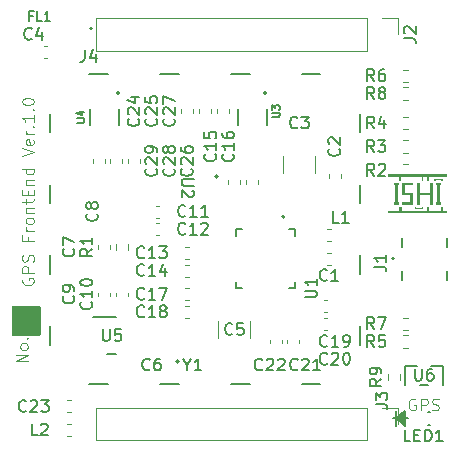
<source format=gto>
%TF.GenerationSoftware,KiCad,Pcbnew,9.0.4*%
%TF.CreationDate,2025-09-15T13:19:21+09:00*%
%TF.ProjectId,GPS_FrontEnd,4750535f-4672-46f6-9e74-456e642e6b69,Rev.1.0*%
%TF.SameCoordinates,Original*%
%TF.FileFunction,Legend,Top*%
%TF.FilePolarity,Positive*%
%FSLAX46Y46*%
G04 Gerber Fmt 4.6, Leading zero omitted, Abs format (unit mm)*
G04 Created by KiCad (PCBNEW 9.0.4) date 2025-09-15 13:19:21*
%MOMM*%
%LPD*%
G01*
G04 APERTURE LIST*
%ADD10C,0.100000*%
%ADD11C,0.150000*%
%ADD12C,0.120000*%
%ADD13C,0.152400*%
%ADD14C,0.127000*%
%ADD15C,0.200000*%
%ADD16C,0.000000*%
G04 APERTURE END LIST*
D10*
X157187693Y-112386638D02*
X157092455Y-112339019D01*
X157092455Y-112339019D02*
X156949598Y-112339019D01*
X156949598Y-112339019D02*
X156806741Y-112386638D01*
X156806741Y-112386638D02*
X156711503Y-112481876D01*
X156711503Y-112481876D02*
X156663884Y-112577114D01*
X156663884Y-112577114D02*
X156616265Y-112767590D01*
X156616265Y-112767590D02*
X156616265Y-112910447D01*
X156616265Y-112910447D02*
X156663884Y-113100923D01*
X156663884Y-113100923D02*
X156711503Y-113196161D01*
X156711503Y-113196161D02*
X156806741Y-113291400D01*
X156806741Y-113291400D02*
X156949598Y-113339019D01*
X156949598Y-113339019D02*
X157044836Y-113339019D01*
X157044836Y-113339019D02*
X157187693Y-113291400D01*
X157187693Y-113291400D02*
X157235312Y-113243780D01*
X157235312Y-113243780D02*
X157235312Y-112910447D01*
X157235312Y-112910447D02*
X157044836Y-112910447D01*
X157663884Y-113339019D02*
X157663884Y-112339019D01*
X157663884Y-112339019D02*
X158044836Y-112339019D01*
X158044836Y-112339019D02*
X158140074Y-112386638D01*
X158140074Y-112386638D02*
X158187693Y-112434257D01*
X158187693Y-112434257D02*
X158235312Y-112529495D01*
X158235312Y-112529495D02*
X158235312Y-112672352D01*
X158235312Y-112672352D02*
X158187693Y-112767590D01*
X158187693Y-112767590D02*
X158140074Y-112815209D01*
X158140074Y-112815209D02*
X158044836Y-112862828D01*
X158044836Y-112862828D02*
X157663884Y-112862828D01*
X158616265Y-113291400D02*
X158759122Y-113339019D01*
X158759122Y-113339019D02*
X158997217Y-113339019D01*
X158997217Y-113339019D02*
X159092455Y-113291400D01*
X159092455Y-113291400D02*
X159140074Y-113243780D01*
X159140074Y-113243780D02*
X159187693Y-113148542D01*
X159187693Y-113148542D02*
X159187693Y-113053304D01*
X159187693Y-113053304D02*
X159140074Y-112958066D01*
X159140074Y-112958066D02*
X159092455Y-112910447D01*
X159092455Y-112910447D02*
X158997217Y-112862828D01*
X158997217Y-112862828D02*
X158806741Y-112815209D01*
X158806741Y-112815209D02*
X158711503Y-112767590D01*
X158711503Y-112767590D02*
X158663884Y-112719971D01*
X158663884Y-112719971D02*
X158616265Y-112624733D01*
X158616265Y-112624733D02*
X158616265Y-112529495D01*
X158616265Y-112529495D02*
X158663884Y-112434257D01*
X158663884Y-112434257D02*
X158711503Y-112386638D01*
X158711503Y-112386638D02*
X158806741Y-112339019D01*
X158806741Y-112339019D02*
X159044836Y-112339019D01*
X159044836Y-112339019D02*
X159187693Y-112386638D01*
X123920038Y-102172306D02*
X123872419Y-102267544D01*
X123872419Y-102267544D02*
X123872419Y-102410401D01*
X123872419Y-102410401D02*
X123920038Y-102553258D01*
X123920038Y-102553258D02*
X124015276Y-102648496D01*
X124015276Y-102648496D02*
X124110514Y-102696115D01*
X124110514Y-102696115D02*
X124300990Y-102743734D01*
X124300990Y-102743734D02*
X124443847Y-102743734D01*
X124443847Y-102743734D02*
X124634323Y-102696115D01*
X124634323Y-102696115D02*
X124729561Y-102648496D01*
X124729561Y-102648496D02*
X124824800Y-102553258D01*
X124824800Y-102553258D02*
X124872419Y-102410401D01*
X124872419Y-102410401D02*
X124872419Y-102315163D01*
X124872419Y-102315163D02*
X124824800Y-102172306D01*
X124824800Y-102172306D02*
X124777180Y-102124687D01*
X124777180Y-102124687D02*
X124443847Y-102124687D01*
X124443847Y-102124687D02*
X124443847Y-102315163D01*
X124872419Y-101696115D02*
X123872419Y-101696115D01*
X123872419Y-101696115D02*
X123872419Y-101315163D01*
X123872419Y-101315163D02*
X123920038Y-101219925D01*
X123920038Y-101219925D02*
X123967657Y-101172306D01*
X123967657Y-101172306D02*
X124062895Y-101124687D01*
X124062895Y-101124687D02*
X124205752Y-101124687D01*
X124205752Y-101124687D02*
X124300990Y-101172306D01*
X124300990Y-101172306D02*
X124348609Y-101219925D01*
X124348609Y-101219925D02*
X124396228Y-101315163D01*
X124396228Y-101315163D02*
X124396228Y-101696115D01*
X124824800Y-100743734D02*
X124872419Y-100600877D01*
X124872419Y-100600877D02*
X124872419Y-100362782D01*
X124872419Y-100362782D02*
X124824800Y-100267544D01*
X124824800Y-100267544D02*
X124777180Y-100219925D01*
X124777180Y-100219925D02*
X124681942Y-100172306D01*
X124681942Y-100172306D02*
X124586704Y-100172306D01*
X124586704Y-100172306D02*
X124491466Y-100219925D01*
X124491466Y-100219925D02*
X124443847Y-100267544D01*
X124443847Y-100267544D02*
X124396228Y-100362782D01*
X124396228Y-100362782D02*
X124348609Y-100553258D01*
X124348609Y-100553258D02*
X124300990Y-100648496D01*
X124300990Y-100648496D02*
X124253371Y-100696115D01*
X124253371Y-100696115D02*
X124158133Y-100743734D01*
X124158133Y-100743734D02*
X124062895Y-100743734D01*
X124062895Y-100743734D02*
X123967657Y-100696115D01*
X123967657Y-100696115D02*
X123920038Y-100648496D01*
X123920038Y-100648496D02*
X123872419Y-100553258D01*
X123872419Y-100553258D02*
X123872419Y-100315163D01*
X123872419Y-100315163D02*
X123920038Y-100172306D01*
X124348609Y-98648496D02*
X124348609Y-98981829D01*
X124872419Y-98981829D02*
X123872419Y-98981829D01*
X123872419Y-98981829D02*
X123872419Y-98505639D01*
X124872419Y-98124686D02*
X124205752Y-98124686D01*
X124396228Y-98124686D02*
X124300990Y-98077067D01*
X124300990Y-98077067D02*
X124253371Y-98029448D01*
X124253371Y-98029448D02*
X124205752Y-97934210D01*
X124205752Y-97934210D02*
X124205752Y-97838972D01*
X124872419Y-97362781D02*
X124824800Y-97458019D01*
X124824800Y-97458019D02*
X124777180Y-97505638D01*
X124777180Y-97505638D02*
X124681942Y-97553257D01*
X124681942Y-97553257D02*
X124396228Y-97553257D01*
X124396228Y-97553257D02*
X124300990Y-97505638D01*
X124300990Y-97505638D02*
X124253371Y-97458019D01*
X124253371Y-97458019D02*
X124205752Y-97362781D01*
X124205752Y-97362781D02*
X124205752Y-97219924D01*
X124205752Y-97219924D02*
X124253371Y-97124686D01*
X124253371Y-97124686D02*
X124300990Y-97077067D01*
X124300990Y-97077067D02*
X124396228Y-97029448D01*
X124396228Y-97029448D02*
X124681942Y-97029448D01*
X124681942Y-97029448D02*
X124777180Y-97077067D01*
X124777180Y-97077067D02*
X124824800Y-97124686D01*
X124824800Y-97124686D02*
X124872419Y-97219924D01*
X124872419Y-97219924D02*
X124872419Y-97362781D01*
X124205752Y-96600876D02*
X124872419Y-96600876D01*
X124300990Y-96600876D02*
X124253371Y-96553257D01*
X124253371Y-96553257D02*
X124205752Y-96458019D01*
X124205752Y-96458019D02*
X124205752Y-96315162D01*
X124205752Y-96315162D02*
X124253371Y-96219924D01*
X124253371Y-96219924D02*
X124348609Y-96172305D01*
X124348609Y-96172305D02*
X124872419Y-96172305D01*
X124205752Y-95838971D02*
X124205752Y-95458019D01*
X123872419Y-95696114D02*
X124729561Y-95696114D01*
X124729561Y-95696114D02*
X124824800Y-95648495D01*
X124824800Y-95648495D02*
X124872419Y-95553257D01*
X124872419Y-95553257D02*
X124872419Y-95458019D01*
X124348609Y-95124685D02*
X124348609Y-94791352D01*
X124872419Y-94648495D02*
X124872419Y-95124685D01*
X124872419Y-95124685D02*
X123872419Y-95124685D01*
X123872419Y-95124685D02*
X123872419Y-94648495D01*
X124205752Y-94219923D02*
X124872419Y-94219923D01*
X124300990Y-94219923D02*
X124253371Y-94172304D01*
X124253371Y-94172304D02*
X124205752Y-94077066D01*
X124205752Y-94077066D02*
X124205752Y-93934209D01*
X124205752Y-93934209D02*
X124253371Y-93838971D01*
X124253371Y-93838971D02*
X124348609Y-93791352D01*
X124348609Y-93791352D02*
X124872419Y-93791352D01*
X124872419Y-92886590D02*
X123872419Y-92886590D01*
X124824800Y-92886590D02*
X124872419Y-92981828D01*
X124872419Y-92981828D02*
X124872419Y-93172304D01*
X124872419Y-93172304D02*
X124824800Y-93267542D01*
X124824800Y-93267542D02*
X124777180Y-93315161D01*
X124777180Y-93315161D02*
X124681942Y-93362780D01*
X124681942Y-93362780D02*
X124396228Y-93362780D01*
X124396228Y-93362780D02*
X124300990Y-93315161D01*
X124300990Y-93315161D02*
X124253371Y-93267542D01*
X124253371Y-93267542D02*
X124205752Y-93172304D01*
X124205752Y-93172304D02*
X124205752Y-92981828D01*
X124205752Y-92981828D02*
X124253371Y-92886590D01*
X123872419Y-91791351D02*
X124872419Y-91458018D01*
X124872419Y-91458018D02*
X123872419Y-91124685D01*
X124824800Y-90410399D02*
X124872419Y-90505637D01*
X124872419Y-90505637D02*
X124872419Y-90696113D01*
X124872419Y-90696113D02*
X124824800Y-90791351D01*
X124824800Y-90791351D02*
X124729561Y-90838970D01*
X124729561Y-90838970D02*
X124348609Y-90838970D01*
X124348609Y-90838970D02*
X124253371Y-90791351D01*
X124253371Y-90791351D02*
X124205752Y-90696113D01*
X124205752Y-90696113D02*
X124205752Y-90505637D01*
X124205752Y-90505637D02*
X124253371Y-90410399D01*
X124253371Y-90410399D02*
X124348609Y-90362780D01*
X124348609Y-90362780D02*
X124443847Y-90362780D01*
X124443847Y-90362780D02*
X124539085Y-90838970D01*
X124872419Y-89934208D02*
X124205752Y-89934208D01*
X124396228Y-89934208D02*
X124300990Y-89886589D01*
X124300990Y-89886589D02*
X124253371Y-89838970D01*
X124253371Y-89838970D02*
X124205752Y-89743732D01*
X124205752Y-89743732D02*
X124205752Y-89648494D01*
X124777180Y-89315160D02*
X124824800Y-89267541D01*
X124824800Y-89267541D02*
X124872419Y-89315160D01*
X124872419Y-89315160D02*
X124824800Y-89362779D01*
X124824800Y-89362779D02*
X124777180Y-89315160D01*
X124777180Y-89315160D02*
X124872419Y-89315160D01*
X124872419Y-88315161D02*
X124872419Y-88886589D01*
X124872419Y-88600875D02*
X123872419Y-88600875D01*
X123872419Y-88600875D02*
X124015276Y-88696113D01*
X124015276Y-88696113D02*
X124110514Y-88791351D01*
X124110514Y-88791351D02*
X124158133Y-88886589D01*
X124777180Y-87886589D02*
X124824800Y-87838970D01*
X124824800Y-87838970D02*
X124872419Y-87886589D01*
X124872419Y-87886589D02*
X124824800Y-87934208D01*
X124824800Y-87934208D02*
X124777180Y-87886589D01*
X124777180Y-87886589D02*
X124872419Y-87886589D01*
X123872419Y-87219923D02*
X123872419Y-87124685D01*
X123872419Y-87124685D02*
X123920038Y-87029447D01*
X123920038Y-87029447D02*
X123967657Y-86981828D01*
X123967657Y-86981828D02*
X124062895Y-86934209D01*
X124062895Y-86934209D02*
X124253371Y-86886590D01*
X124253371Y-86886590D02*
X124491466Y-86886590D01*
X124491466Y-86886590D02*
X124681942Y-86934209D01*
X124681942Y-86934209D02*
X124777180Y-86981828D01*
X124777180Y-86981828D02*
X124824800Y-87029447D01*
X124824800Y-87029447D02*
X124872419Y-87124685D01*
X124872419Y-87124685D02*
X124872419Y-87219923D01*
X124872419Y-87219923D02*
X124824800Y-87315161D01*
X124824800Y-87315161D02*
X124777180Y-87362780D01*
X124777180Y-87362780D02*
X124681942Y-87410399D01*
X124681942Y-87410399D02*
X124491466Y-87458018D01*
X124491466Y-87458018D02*
X124253371Y-87458018D01*
X124253371Y-87458018D02*
X124062895Y-87410399D01*
X124062895Y-87410399D02*
X123967657Y-87362780D01*
X123967657Y-87362780D02*
X123920038Y-87315161D01*
X123920038Y-87315161D02*
X123872419Y-87219923D01*
X124372419Y-109196115D02*
X123372419Y-109196115D01*
X123372419Y-109196115D02*
X124372419Y-108624687D01*
X124372419Y-108624687D02*
X123372419Y-108624687D01*
X124372419Y-108005639D02*
X124324800Y-108100877D01*
X124324800Y-108100877D02*
X124277180Y-108148496D01*
X124277180Y-108148496D02*
X124181942Y-108196115D01*
X124181942Y-108196115D02*
X123896228Y-108196115D01*
X123896228Y-108196115D02*
X123800990Y-108148496D01*
X123800990Y-108148496D02*
X123753371Y-108100877D01*
X123753371Y-108100877D02*
X123705752Y-108005639D01*
X123705752Y-108005639D02*
X123705752Y-107862782D01*
X123705752Y-107862782D02*
X123753371Y-107767544D01*
X123753371Y-107767544D02*
X123800990Y-107719925D01*
X123800990Y-107719925D02*
X123896228Y-107672306D01*
X123896228Y-107672306D02*
X124181942Y-107672306D01*
X124181942Y-107672306D02*
X124277180Y-107719925D01*
X124277180Y-107719925D02*
X124324800Y-107767544D01*
X124324800Y-107767544D02*
X124372419Y-107862782D01*
X124372419Y-107862782D02*
X124372419Y-108005639D01*
X124277180Y-107243734D02*
X124324800Y-107196115D01*
X124324800Y-107196115D02*
X124372419Y-107243734D01*
X124372419Y-107243734D02*
X124324800Y-107291353D01*
X124324800Y-107291353D02*
X124277180Y-107243734D01*
X124277180Y-107243734D02*
X124372419Y-107243734D01*
D11*
X156194819Y-81833333D02*
X156909104Y-81833333D01*
X156909104Y-81833333D02*
X157051961Y-81880952D01*
X157051961Y-81880952D02*
X157147200Y-81976190D01*
X157147200Y-81976190D02*
X157194819Y-82119047D01*
X157194819Y-82119047D02*
X157194819Y-82214285D01*
X156290057Y-81404761D02*
X156242438Y-81357142D01*
X156242438Y-81357142D02*
X156194819Y-81261904D01*
X156194819Y-81261904D02*
X156194819Y-81023809D01*
X156194819Y-81023809D02*
X156242438Y-80928571D01*
X156242438Y-80928571D02*
X156290057Y-80880952D01*
X156290057Y-80880952D02*
X156385295Y-80833333D01*
X156385295Y-80833333D02*
X156480533Y-80833333D01*
X156480533Y-80833333D02*
X156623390Y-80880952D01*
X156623390Y-80880952D02*
X157194819Y-81452380D01*
X157194819Y-81452380D02*
X157194819Y-80833333D01*
X153693333Y-93454819D02*
X153360000Y-92978628D01*
X153121905Y-93454819D02*
X153121905Y-92454819D01*
X153121905Y-92454819D02*
X153502857Y-92454819D01*
X153502857Y-92454819D02*
X153598095Y-92502438D01*
X153598095Y-92502438D02*
X153645714Y-92550057D01*
X153645714Y-92550057D02*
X153693333Y-92645295D01*
X153693333Y-92645295D02*
X153693333Y-92788152D01*
X153693333Y-92788152D02*
X153645714Y-92883390D01*
X153645714Y-92883390D02*
X153598095Y-92931009D01*
X153598095Y-92931009D02*
X153502857Y-92978628D01*
X153502857Y-92978628D02*
X153121905Y-92978628D01*
X154074286Y-92550057D02*
X154121905Y-92502438D01*
X154121905Y-92502438D02*
X154217143Y-92454819D01*
X154217143Y-92454819D02*
X154455238Y-92454819D01*
X154455238Y-92454819D02*
X154550476Y-92502438D01*
X154550476Y-92502438D02*
X154598095Y-92550057D01*
X154598095Y-92550057D02*
X154645714Y-92645295D01*
X154645714Y-92645295D02*
X154645714Y-92740533D01*
X154645714Y-92740533D02*
X154598095Y-92883390D01*
X154598095Y-92883390D02*
X154026667Y-93454819D01*
X154026667Y-93454819D02*
X154645714Y-93454819D01*
X138404381Y-93738095D02*
X137594858Y-93738095D01*
X137594858Y-93738095D02*
X137499620Y-93785714D01*
X137499620Y-93785714D02*
X137452001Y-93833333D01*
X137452001Y-93833333D02*
X137404381Y-93928571D01*
X137404381Y-93928571D02*
X137404381Y-94119047D01*
X137404381Y-94119047D02*
X137452001Y-94214285D01*
X137452001Y-94214285D02*
X137499620Y-94261904D01*
X137499620Y-94261904D02*
X137594858Y-94309523D01*
X137594858Y-94309523D02*
X138404381Y-94309523D01*
X138309143Y-94738095D02*
X138356762Y-94785714D01*
X138356762Y-94785714D02*
X138404381Y-94880952D01*
X138404381Y-94880952D02*
X138404381Y-95119047D01*
X138404381Y-95119047D02*
X138356762Y-95214285D01*
X138356762Y-95214285D02*
X138309143Y-95261904D01*
X138309143Y-95261904D02*
X138213905Y-95309523D01*
X138213905Y-95309523D02*
X138118667Y-95309523D01*
X138118667Y-95309523D02*
X137975810Y-95261904D01*
X137975810Y-95261904D02*
X137404381Y-94690476D01*
X137404381Y-94690476D02*
X137404381Y-95309523D01*
X134217142Y-103859580D02*
X134169523Y-103907200D01*
X134169523Y-103907200D02*
X134026666Y-103954819D01*
X134026666Y-103954819D02*
X133931428Y-103954819D01*
X133931428Y-103954819D02*
X133788571Y-103907200D01*
X133788571Y-103907200D02*
X133693333Y-103811961D01*
X133693333Y-103811961D02*
X133645714Y-103716723D01*
X133645714Y-103716723D02*
X133598095Y-103526247D01*
X133598095Y-103526247D02*
X133598095Y-103383390D01*
X133598095Y-103383390D02*
X133645714Y-103192914D01*
X133645714Y-103192914D02*
X133693333Y-103097676D01*
X133693333Y-103097676D02*
X133788571Y-103002438D01*
X133788571Y-103002438D02*
X133931428Y-102954819D01*
X133931428Y-102954819D02*
X134026666Y-102954819D01*
X134026666Y-102954819D02*
X134169523Y-103002438D01*
X134169523Y-103002438D02*
X134217142Y-103050057D01*
X135169523Y-103954819D02*
X134598095Y-103954819D01*
X134883809Y-103954819D02*
X134883809Y-102954819D01*
X134883809Y-102954819D02*
X134788571Y-103097676D01*
X134788571Y-103097676D02*
X134693333Y-103192914D01*
X134693333Y-103192914D02*
X134598095Y-103240533D01*
X135502857Y-102954819D02*
X136169523Y-102954819D01*
X136169523Y-102954819D02*
X135740952Y-103954819D01*
X129719580Y-104142857D02*
X129767200Y-104190476D01*
X129767200Y-104190476D02*
X129814819Y-104333333D01*
X129814819Y-104333333D02*
X129814819Y-104428571D01*
X129814819Y-104428571D02*
X129767200Y-104571428D01*
X129767200Y-104571428D02*
X129671961Y-104666666D01*
X129671961Y-104666666D02*
X129576723Y-104714285D01*
X129576723Y-104714285D02*
X129386247Y-104761904D01*
X129386247Y-104761904D02*
X129243390Y-104761904D01*
X129243390Y-104761904D02*
X129052914Y-104714285D01*
X129052914Y-104714285D02*
X128957676Y-104666666D01*
X128957676Y-104666666D02*
X128862438Y-104571428D01*
X128862438Y-104571428D02*
X128814819Y-104428571D01*
X128814819Y-104428571D02*
X128814819Y-104333333D01*
X128814819Y-104333333D02*
X128862438Y-104190476D01*
X128862438Y-104190476D02*
X128910057Y-104142857D01*
X129814819Y-103190476D02*
X129814819Y-103761904D01*
X129814819Y-103476190D02*
X128814819Y-103476190D01*
X128814819Y-103476190D02*
X128957676Y-103571428D01*
X128957676Y-103571428D02*
X129052914Y-103666666D01*
X129052914Y-103666666D02*
X129100533Y-103761904D01*
X128814819Y-102571428D02*
X128814819Y-102476190D01*
X128814819Y-102476190D02*
X128862438Y-102380952D01*
X128862438Y-102380952D02*
X128910057Y-102333333D01*
X128910057Y-102333333D02*
X129005295Y-102285714D01*
X129005295Y-102285714D02*
X129195771Y-102238095D01*
X129195771Y-102238095D02*
X129433866Y-102238095D01*
X129433866Y-102238095D02*
X129624342Y-102285714D01*
X129624342Y-102285714D02*
X129719580Y-102333333D01*
X129719580Y-102333333D02*
X129767200Y-102380952D01*
X129767200Y-102380952D02*
X129814819Y-102476190D01*
X129814819Y-102476190D02*
X129814819Y-102571428D01*
X129814819Y-102571428D02*
X129767200Y-102666666D01*
X129767200Y-102666666D02*
X129719580Y-102714285D01*
X129719580Y-102714285D02*
X129624342Y-102761904D01*
X129624342Y-102761904D02*
X129433866Y-102809523D01*
X129433866Y-102809523D02*
X129195771Y-102809523D01*
X129195771Y-102809523D02*
X129005295Y-102761904D01*
X129005295Y-102761904D02*
X128910057Y-102714285D01*
X128910057Y-102714285D02*
X128862438Y-102666666D01*
X128862438Y-102666666D02*
X128814819Y-102571428D01*
X140219580Y-91642857D02*
X140267200Y-91690476D01*
X140267200Y-91690476D02*
X140314819Y-91833333D01*
X140314819Y-91833333D02*
X140314819Y-91928571D01*
X140314819Y-91928571D02*
X140267200Y-92071428D01*
X140267200Y-92071428D02*
X140171961Y-92166666D01*
X140171961Y-92166666D02*
X140076723Y-92214285D01*
X140076723Y-92214285D02*
X139886247Y-92261904D01*
X139886247Y-92261904D02*
X139743390Y-92261904D01*
X139743390Y-92261904D02*
X139552914Y-92214285D01*
X139552914Y-92214285D02*
X139457676Y-92166666D01*
X139457676Y-92166666D02*
X139362438Y-92071428D01*
X139362438Y-92071428D02*
X139314819Y-91928571D01*
X139314819Y-91928571D02*
X139314819Y-91833333D01*
X139314819Y-91833333D02*
X139362438Y-91690476D01*
X139362438Y-91690476D02*
X139410057Y-91642857D01*
X140314819Y-90690476D02*
X140314819Y-91261904D01*
X140314819Y-90976190D02*
X139314819Y-90976190D01*
X139314819Y-90976190D02*
X139457676Y-91071428D01*
X139457676Y-91071428D02*
X139552914Y-91166666D01*
X139552914Y-91166666D02*
X139600533Y-91261904D01*
X139314819Y-89785714D02*
X139314819Y-90261904D01*
X139314819Y-90261904D02*
X139791009Y-90309523D01*
X139791009Y-90309523D02*
X139743390Y-90261904D01*
X139743390Y-90261904D02*
X139695771Y-90166666D01*
X139695771Y-90166666D02*
X139695771Y-89928571D01*
X139695771Y-89928571D02*
X139743390Y-89833333D01*
X139743390Y-89833333D02*
X139791009Y-89785714D01*
X139791009Y-89785714D02*
X139886247Y-89738095D01*
X139886247Y-89738095D02*
X140124342Y-89738095D01*
X140124342Y-89738095D02*
X140219580Y-89785714D01*
X140219580Y-89785714D02*
X140267200Y-89833333D01*
X140267200Y-89833333D02*
X140314819Y-89928571D01*
X140314819Y-89928571D02*
X140314819Y-90166666D01*
X140314819Y-90166666D02*
X140267200Y-90261904D01*
X140267200Y-90261904D02*
X140219580Y-90309523D01*
X134217142Y-100359580D02*
X134169523Y-100407200D01*
X134169523Y-100407200D02*
X134026666Y-100454819D01*
X134026666Y-100454819D02*
X133931428Y-100454819D01*
X133931428Y-100454819D02*
X133788571Y-100407200D01*
X133788571Y-100407200D02*
X133693333Y-100311961D01*
X133693333Y-100311961D02*
X133645714Y-100216723D01*
X133645714Y-100216723D02*
X133598095Y-100026247D01*
X133598095Y-100026247D02*
X133598095Y-99883390D01*
X133598095Y-99883390D02*
X133645714Y-99692914D01*
X133645714Y-99692914D02*
X133693333Y-99597676D01*
X133693333Y-99597676D02*
X133788571Y-99502438D01*
X133788571Y-99502438D02*
X133931428Y-99454819D01*
X133931428Y-99454819D02*
X134026666Y-99454819D01*
X134026666Y-99454819D02*
X134169523Y-99502438D01*
X134169523Y-99502438D02*
X134217142Y-99550057D01*
X135169523Y-100454819D02*
X134598095Y-100454819D01*
X134883809Y-100454819D02*
X134883809Y-99454819D01*
X134883809Y-99454819D02*
X134788571Y-99597676D01*
X134788571Y-99597676D02*
X134693333Y-99692914D01*
X134693333Y-99692914D02*
X134598095Y-99740533D01*
X135502857Y-99454819D02*
X136121904Y-99454819D01*
X136121904Y-99454819D02*
X135788571Y-99835771D01*
X135788571Y-99835771D02*
X135931428Y-99835771D01*
X135931428Y-99835771D02*
X136026666Y-99883390D01*
X136026666Y-99883390D02*
X136074285Y-99931009D01*
X136074285Y-99931009D02*
X136121904Y-100026247D01*
X136121904Y-100026247D02*
X136121904Y-100264342D01*
X136121904Y-100264342D02*
X136074285Y-100359580D01*
X136074285Y-100359580D02*
X136026666Y-100407200D01*
X136026666Y-100407200D02*
X135931428Y-100454819D01*
X135931428Y-100454819D02*
X135645714Y-100454819D01*
X135645714Y-100454819D02*
X135550476Y-100407200D01*
X135550476Y-100407200D02*
X135502857Y-100359580D01*
X153693333Y-85454819D02*
X153360000Y-84978628D01*
X153121905Y-85454819D02*
X153121905Y-84454819D01*
X153121905Y-84454819D02*
X153502857Y-84454819D01*
X153502857Y-84454819D02*
X153598095Y-84502438D01*
X153598095Y-84502438D02*
X153645714Y-84550057D01*
X153645714Y-84550057D02*
X153693333Y-84645295D01*
X153693333Y-84645295D02*
X153693333Y-84788152D01*
X153693333Y-84788152D02*
X153645714Y-84883390D01*
X153645714Y-84883390D02*
X153598095Y-84931009D01*
X153598095Y-84931009D02*
X153502857Y-84978628D01*
X153502857Y-84978628D02*
X153121905Y-84978628D01*
X154550476Y-84454819D02*
X154360000Y-84454819D01*
X154360000Y-84454819D02*
X154264762Y-84502438D01*
X154264762Y-84502438D02*
X154217143Y-84550057D01*
X154217143Y-84550057D02*
X154121905Y-84692914D01*
X154121905Y-84692914D02*
X154074286Y-84883390D01*
X154074286Y-84883390D02*
X154074286Y-85264342D01*
X154074286Y-85264342D02*
X154121905Y-85359580D01*
X154121905Y-85359580D02*
X154169524Y-85407200D01*
X154169524Y-85407200D02*
X154264762Y-85454819D01*
X154264762Y-85454819D02*
X154455238Y-85454819D01*
X154455238Y-85454819D02*
X154550476Y-85407200D01*
X154550476Y-85407200D02*
X154598095Y-85359580D01*
X154598095Y-85359580D02*
X154645714Y-85264342D01*
X154645714Y-85264342D02*
X154645714Y-85026247D01*
X154645714Y-85026247D02*
X154598095Y-84931009D01*
X154598095Y-84931009D02*
X154550476Y-84883390D01*
X154550476Y-84883390D02*
X154455238Y-84835771D01*
X154455238Y-84835771D02*
X154264762Y-84835771D01*
X154264762Y-84835771D02*
X154169524Y-84883390D01*
X154169524Y-84883390D02*
X154121905Y-84931009D01*
X154121905Y-84931009D02*
X154074286Y-85026247D01*
X141719580Y-91642857D02*
X141767200Y-91690476D01*
X141767200Y-91690476D02*
X141814819Y-91833333D01*
X141814819Y-91833333D02*
X141814819Y-91928571D01*
X141814819Y-91928571D02*
X141767200Y-92071428D01*
X141767200Y-92071428D02*
X141671961Y-92166666D01*
X141671961Y-92166666D02*
X141576723Y-92214285D01*
X141576723Y-92214285D02*
X141386247Y-92261904D01*
X141386247Y-92261904D02*
X141243390Y-92261904D01*
X141243390Y-92261904D02*
X141052914Y-92214285D01*
X141052914Y-92214285D02*
X140957676Y-92166666D01*
X140957676Y-92166666D02*
X140862438Y-92071428D01*
X140862438Y-92071428D02*
X140814819Y-91928571D01*
X140814819Y-91928571D02*
X140814819Y-91833333D01*
X140814819Y-91833333D02*
X140862438Y-91690476D01*
X140862438Y-91690476D02*
X140910057Y-91642857D01*
X141814819Y-90690476D02*
X141814819Y-91261904D01*
X141814819Y-90976190D02*
X140814819Y-90976190D01*
X140814819Y-90976190D02*
X140957676Y-91071428D01*
X140957676Y-91071428D02*
X141052914Y-91166666D01*
X141052914Y-91166666D02*
X141100533Y-91261904D01*
X140814819Y-89833333D02*
X140814819Y-90023809D01*
X140814819Y-90023809D02*
X140862438Y-90119047D01*
X140862438Y-90119047D02*
X140910057Y-90166666D01*
X140910057Y-90166666D02*
X141052914Y-90261904D01*
X141052914Y-90261904D02*
X141243390Y-90309523D01*
X141243390Y-90309523D02*
X141624342Y-90309523D01*
X141624342Y-90309523D02*
X141719580Y-90261904D01*
X141719580Y-90261904D02*
X141767200Y-90214285D01*
X141767200Y-90214285D02*
X141814819Y-90119047D01*
X141814819Y-90119047D02*
X141814819Y-89928571D01*
X141814819Y-89928571D02*
X141767200Y-89833333D01*
X141767200Y-89833333D02*
X141719580Y-89785714D01*
X141719580Y-89785714D02*
X141624342Y-89738095D01*
X141624342Y-89738095D02*
X141386247Y-89738095D01*
X141386247Y-89738095D02*
X141291009Y-89785714D01*
X141291009Y-89785714D02*
X141243390Y-89833333D01*
X141243390Y-89833333D02*
X141195771Y-89928571D01*
X141195771Y-89928571D02*
X141195771Y-90119047D01*
X141195771Y-90119047D02*
X141243390Y-90214285D01*
X141243390Y-90214285D02*
X141291009Y-90261904D01*
X141291009Y-90261904D02*
X141386247Y-90309523D01*
X134693333Y-109859580D02*
X134645714Y-109907200D01*
X134645714Y-109907200D02*
X134502857Y-109954819D01*
X134502857Y-109954819D02*
X134407619Y-109954819D01*
X134407619Y-109954819D02*
X134264762Y-109907200D01*
X134264762Y-109907200D02*
X134169524Y-109811961D01*
X134169524Y-109811961D02*
X134121905Y-109716723D01*
X134121905Y-109716723D02*
X134074286Y-109526247D01*
X134074286Y-109526247D02*
X134074286Y-109383390D01*
X134074286Y-109383390D02*
X134121905Y-109192914D01*
X134121905Y-109192914D02*
X134169524Y-109097676D01*
X134169524Y-109097676D02*
X134264762Y-109002438D01*
X134264762Y-109002438D02*
X134407619Y-108954819D01*
X134407619Y-108954819D02*
X134502857Y-108954819D01*
X134502857Y-108954819D02*
X134645714Y-109002438D01*
X134645714Y-109002438D02*
X134693333Y-109050057D01*
X135550476Y-108954819D02*
X135360000Y-108954819D01*
X135360000Y-108954819D02*
X135264762Y-109002438D01*
X135264762Y-109002438D02*
X135217143Y-109050057D01*
X135217143Y-109050057D02*
X135121905Y-109192914D01*
X135121905Y-109192914D02*
X135074286Y-109383390D01*
X135074286Y-109383390D02*
X135074286Y-109764342D01*
X135074286Y-109764342D02*
X135121905Y-109859580D01*
X135121905Y-109859580D02*
X135169524Y-109907200D01*
X135169524Y-109907200D02*
X135264762Y-109954819D01*
X135264762Y-109954819D02*
X135455238Y-109954819D01*
X135455238Y-109954819D02*
X135550476Y-109907200D01*
X135550476Y-109907200D02*
X135598095Y-109859580D01*
X135598095Y-109859580D02*
X135645714Y-109764342D01*
X135645714Y-109764342D02*
X135645714Y-109526247D01*
X135645714Y-109526247D02*
X135598095Y-109431009D01*
X135598095Y-109431009D02*
X135550476Y-109383390D01*
X135550476Y-109383390D02*
X135455238Y-109335771D01*
X135455238Y-109335771D02*
X135264762Y-109335771D01*
X135264762Y-109335771D02*
X135169524Y-109383390D01*
X135169524Y-109383390D02*
X135121905Y-109431009D01*
X135121905Y-109431009D02*
X135074286Y-109526247D01*
X153693333Y-107954819D02*
X153360000Y-107478628D01*
X153121905Y-107954819D02*
X153121905Y-106954819D01*
X153121905Y-106954819D02*
X153502857Y-106954819D01*
X153502857Y-106954819D02*
X153598095Y-107002438D01*
X153598095Y-107002438D02*
X153645714Y-107050057D01*
X153645714Y-107050057D02*
X153693333Y-107145295D01*
X153693333Y-107145295D02*
X153693333Y-107288152D01*
X153693333Y-107288152D02*
X153645714Y-107383390D01*
X153645714Y-107383390D02*
X153598095Y-107431009D01*
X153598095Y-107431009D02*
X153502857Y-107478628D01*
X153502857Y-107478628D02*
X153121905Y-107478628D01*
X154598095Y-106954819D02*
X154121905Y-106954819D01*
X154121905Y-106954819D02*
X154074286Y-107431009D01*
X154074286Y-107431009D02*
X154121905Y-107383390D01*
X154121905Y-107383390D02*
X154217143Y-107335771D01*
X154217143Y-107335771D02*
X154455238Y-107335771D01*
X154455238Y-107335771D02*
X154550476Y-107383390D01*
X154550476Y-107383390D02*
X154598095Y-107431009D01*
X154598095Y-107431009D02*
X154645714Y-107526247D01*
X154645714Y-107526247D02*
X154645714Y-107764342D01*
X154645714Y-107764342D02*
X154598095Y-107859580D01*
X154598095Y-107859580D02*
X154550476Y-107907200D01*
X154550476Y-107907200D02*
X154455238Y-107954819D01*
X154455238Y-107954819D02*
X154217143Y-107954819D01*
X154217143Y-107954819D02*
X154121905Y-107907200D01*
X154121905Y-107907200D02*
X154074286Y-107859580D01*
X156740952Y-115954819D02*
X156264762Y-115954819D01*
X156264762Y-115954819D02*
X156264762Y-114954819D01*
X157074286Y-115431009D02*
X157407619Y-115431009D01*
X157550476Y-115954819D02*
X157074286Y-115954819D01*
X157074286Y-115954819D02*
X157074286Y-114954819D01*
X157074286Y-114954819D02*
X157550476Y-114954819D01*
X157979048Y-115954819D02*
X157979048Y-114954819D01*
X157979048Y-114954819D02*
X158217143Y-114954819D01*
X158217143Y-114954819D02*
X158360000Y-115002438D01*
X158360000Y-115002438D02*
X158455238Y-115097676D01*
X158455238Y-115097676D02*
X158502857Y-115192914D01*
X158502857Y-115192914D02*
X158550476Y-115383390D01*
X158550476Y-115383390D02*
X158550476Y-115526247D01*
X158550476Y-115526247D02*
X158502857Y-115716723D01*
X158502857Y-115716723D02*
X158455238Y-115811961D01*
X158455238Y-115811961D02*
X158360000Y-115907200D01*
X158360000Y-115907200D02*
X158217143Y-115954819D01*
X158217143Y-115954819D02*
X157979048Y-115954819D01*
X159502857Y-115954819D02*
X158931429Y-115954819D01*
X159217143Y-115954819D02*
X159217143Y-114954819D01*
X159217143Y-114954819D02*
X159121905Y-115097676D01*
X159121905Y-115097676D02*
X159026667Y-115192914D01*
X159026667Y-115192914D02*
X158931429Y-115240533D01*
X147814819Y-103761904D02*
X148624342Y-103761904D01*
X148624342Y-103761904D02*
X148719580Y-103714285D01*
X148719580Y-103714285D02*
X148767200Y-103666666D01*
X148767200Y-103666666D02*
X148814819Y-103571428D01*
X148814819Y-103571428D02*
X148814819Y-103380952D01*
X148814819Y-103380952D02*
X148767200Y-103285714D01*
X148767200Y-103285714D02*
X148719580Y-103238095D01*
X148719580Y-103238095D02*
X148624342Y-103190476D01*
X148624342Y-103190476D02*
X147814819Y-103190476D01*
X148814819Y-102190476D02*
X148814819Y-102761904D01*
X148814819Y-102476190D02*
X147814819Y-102476190D01*
X147814819Y-102476190D02*
X147957676Y-102571428D01*
X147957676Y-102571428D02*
X148052914Y-102666666D01*
X148052914Y-102666666D02*
X148100533Y-102761904D01*
X149693333Y-102289580D02*
X149645714Y-102337200D01*
X149645714Y-102337200D02*
X149502857Y-102384819D01*
X149502857Y-102384819D02*
X149407619Y-102384819D01*
X149407619Y-102384819D02*
X149264762Y-102337200D01*
X149264762Y-102337200D02*
X149169524Y-102241961D01*
X149169524Y-102241961D02*
X149121905Y-102146723D01*
X149121905Y-102146723D02*
X149074286Y-101956247D01*
X149074286Y-101956247D02*
X149074286Y-101813390D01*
X149074286Y-101813390D02*
X149121905Y-101622914D01*
X149121905Y-101622914D02*
X149169524Y-101527676D01*
X149169524Y-101527676D02*
X149264762Y-101432438D01*
X149264762Y-101432438D02*
X149407619Y-101384819D01*
X149407619Y-101384819D02*
X149502857Y-101384819D01*
X149502857Y-101384819D02*
X149645714Y-101432438D01*
X149645714Y-101432438D02*
X149693333Y-101480057D01*
X150645714Y-102384819D02*
X150074286Y-102384819D01*
X150360000Y-102384819D02*
X150360000Y-101384819D01*
X150360000Y-101384819D02*
X150264762Y-101527676D01*
X150264762Y-101527676D02*
X150169524Y-101622914D01*
X150169524Y-101622914D02*
X150074286Y-101670533D01*
X147193333Y-89359580D02*
X147145714Y-89407200D01*
X147145714Y-89407200D02*
X147002857Y-89454819D01*
X147002857Y-89454819D02*
X146907619Y-89454819D01*
X146907619Y-89454819D02*
X146764762Y-89407200D01*
X146764762Y-89407200D02*
X146669524Y-89311961D01*
X146669524Y-89311961D02*
X146621905Y-89216723D01*
X146621905Y-89216723D02*
X146574286Y-89026247D01*
X146574286Y-89026247D02*
X146574286Y-88883390D01*
X146574286Y-88883390D02*
X146621905Y-88692914D01*
X146621905Y-88692914D02*
X146669524Y-88597676D01*
X146669524Y-88597676D02*
X146764762Y-88502438D01*
X146764762Y-88502438D02*
X146907619Y-88454819D01*
X146907619Y-88454819D02*
X147002857Y-88454819D01*
X147002857Y-88454819D02*
X147145714Y-88502438D01*
X147145714Y-88502438D02*
X147193333Y-88550057D01*
X147526667Y-88454819D02*
X148145714Y-88454819D01*
X148145714Y-88454819D02*
X147812381Y-88835771D01*
X147812381Y-88835771D02*
X147955238Y-88835771D01*
X147955238Y-88835771D02*
X148050476Y-88883390D01*
X148050476Y-88883390D02*
X148098095Y-88931009D01*
X148098095Y-88931009D02*
X148145714Y-89026247D01*
X148145714Y-89026247D02*
X148145714Y-89264342D01*
X148145714Y-89264342D02*
X148098095Y-89359580D01*
X148098095Y-89359580D02*
X148050476Y-89407200D01*
X148050476Y-89407200D02*
X147955238Y-89454819D01*
X147955238Y-89454819D02*
X147669524Y-89454819D01*
X147669524Y-89454819D02*
X147574286Y-89407200D01*
X147574286Y-89407200D02*
X147526667Y-89359580D01*
X145064676Y-88487619D02*
X145582771Y-88487619D01*
X145582771Y-88487619D02*
X145643723Y-88457142D01*
X145643723Y-88457142D02*
X145674200Y-88426666D01*
X145674200Y-88426666D02*
X145704676Y-88365714D01*
X145704676Y-88365714D02*
X145704676Y-88243809D01*
X145704676Y-88243809D02*
X145674200Y-88182857D01*
X145674200Y-88182857D02*
X145643723Y-88152380D01*
X145643723Y-88152380D02*
X145582771Y-88121904D01*
X145582771Y-88121904D02*
X145064676Y-88121904D01*
X145064676Y-87878095D02*
X145064676Y-87481904D01*
X145064676Y-87481904D02*
X145308485Y-87695238D01*
X145308485Y-87695238D02*
X145308485Y-87603809D01*
X145308485Y-87603809D02*
X145338961Y-87542857D01*
X145338961Y-87542857D02*
X145369438Y-87512381D01*
X145369438Y-87512381D02*
X145430390Y-87481904D01*
X145430390Y-87481904D02*
X145582771Y-87481904D01*
X145582771Y-87481904D02*
X145643723Y-87512381D01*
X145643723Y-87512381D02*
X145674200Y-87542857D01*
X145674200Y-87542857D02*
X145704676Y-87603809D01*
X145704676Y-87603809D02*
X145704676Y-87786666D01*
X145704676Y-87786666D02*
X145674200Y-87847619D01*
X145674200Y-87847619D02*
X145643723Y-87878095D01*
X124693333Y-81859580D02*
X124645714Y-81907200D01*
X124645714Y-81907200D02*
X124502857Y-81954819D01*
X124502857Y-81954819D02*
X124407619Y-81954819D01*
X124407619Y-81954819D02*
X124264762Y-81907200D01*
X124264762Y-81907200D02*
X124169524Y-81811961D01*
X124169524Y-81811961D02*
X124121905Y-81716723D01*
X124121905Y-81716723D02*
X124074286Y-81526247D01*
X124074286Y-81526247D02*
X124074286Y-81383390D01*
X124074286Y-81383390D02*
X124121905Y-81192914D01*
X124121905Y-81192914D02*
X124169524Y-81097676D01*
X124169524Y-81097676D02*
X124264762Y-81002438D01*
X124264762Y-81002438D02*
X124407619Y-80954819D01*
X124407619Y-80954819D02*
X124502857Y-80954819D01*
X124502857Y-80954819D02*
X124645714Y-81002438D01*
X124645714Y-81002438D02*
X124693333Y-81050057D01*
X125550476Y-81288152D02*
X125550476Y-81954819D01*
X125312381Y-80907200D02*
X125074286Y-81621485D01*
X125074286Y-81621485D02*
X125693333Y-81621485D01*
X153693333Y-91454819D02*
X153360000Y-90978628D01*
X153121905Y-91454819D02*
X153121905Y-90454819D01*
X153121905Y-90454819D02*
X153502857Y-90454819D01*
X153502857Y-90454819D02*
X153598095Y-90502438D01*
X153598095Y-90502438D02*
X153645714Y-90550057D01*
X153645714Y-90550057D02*
X153693333Y-90645295D01*
X153693333Y-90645295D02*
X153693333Y-90788152D01*
X153693333Y-90788152D02*
X153645714Y-90883390D01*
X153645714Y-90883390D02*
X153598095Y-90931009D01*
X153598095Y-90931009D02*
X153502857Y-90978628D01*
X153502857Y-90978628D02*
X153121905Y-90978628D01*
X154026667Y-90454819D02*
X154645714Y-90454819D01*
X154645714Y-90454819D02*
X154312381Y-90835771D01*
X154312381Y-90835771D02*
X154455238Y-90835771D01*
X154455238Y-90835771D02*
X154550476Y-90883390D01*
X154550476Y-90883390D02*
X154598095Y-90931009D01*
X154598095Y-90931009D02*
X154645714Y-91026247D01*
X154645714Y-91026247D02*
X154645714Y-91264342D01*
X154645714Y-91264342D02*
X154598095Y-91359580D01*
X154598095Y-91359580D02*
X154550476Y-91407200D01*
X154550476Y-91407200D02*
X154455238Y-91454819D01*
X154455238Y-91454819D02*
X154169524Y-91454819D01*
X154169524Y-91454819D02*
X154074286Y-91407200D01*
X154074286Y-91407200D02*
X154026667Y-91359580D01*
X136719580Y-88642857D02*
X136767200Y-88690476D01*
X136767200Y-88690476D02*
X136814819Y-88833333D01*
X136814819Y-88833333D02*
X136814819Y-88928571D01*
X136814819Y-88928571D02*
X136767200Y-89071428D01*
X136767200Y-89071428D02*
X136671961Y-89166666D01*
X136671961Y-89166666D02*
X136576723Y-89214285D01*
X136576723Y-89214285D02*
X136386247Y-89261904D01*
X136386247Y-89261904D02*
X136243390Y-89261904D01*
X136243390Y-89261904D02*
X136052914Y-89214285D01*
X136052914Y-89214285D02*
X135957676Y-89166666D01*
X135957676Y-89166666D02*
X135862438Y-89071428D01*
X135862438Y-89071428D02*
X135814819Y-88928571D01*
X135814819Y-88928571D02*
X135814819Y-88833333D01*
X135814819Y-88833333D02*
X135862438Y-88690476D01*
X135862438Y-88690476D02*
X135910057Y-88642857D01*
X135910057Y-88261904D02*
X135862438Y-88214285D01*
X135862438Y-88214285D02*
X135814819Y-88119047D01*
X135814819Y-88119047D02*
X135814819Y-87880952D01*
X135814819Y-87880952D02*
X135862438Y-87785714D01*
X135862438Y-87785714D02*
X135910057Y-87738095D01*
X135910057Y-87738095D02*
X136005295Y-87690476D01*
X136005295Y-87690476D02*
X136100533Y-87690476D01*
X136100533Y-87690476D02*
X136243390Y-87738095D01*
X136243390Y-87738095D02*
X136814819Y-88309523D01*
X136814819Y-88309523D02*
X136814819Y-87690476D01*
X135814819Y-87357142D02*
X135814819Y-86690476D01*
X135814819Y-86690476D02*
X136814819Y-87119047D01*
X128508276Y-88987619D02*
X129026371Y-88987619D01*
X129026371Y-88987619D02*
X129087323Y-88957142D01*
X129087323Y-88957142D02*
X129117800Y-88926666D01*
X129117800Y-88926666D02*
X129148276Y-88865714D01*
X129148276Y-88865714D02*
X129148276Y-88743809D01*
X129148276Y-88743809D02*
X129117800Y-88682857D01*
X129117800Y-88682857D02*
X129087323Y-88652380D01*
X129087323Y-88652380D02*
X129026371Y-88621904D01*
X129026371Y-88621904D02*
X128508276Y-88621904D01*
X128721609Y-88042857D02*
X129148276Y-88042857D01*
X128477800Y-88195238D02*
X128934942Y-88347619D01*
X128934942Y-88347619D02*
X128934942Y-87951428D01*
X130723096Y-106454819D02*
X130723096Y-107264342D01*
X130723096Y-107264342D02*
X130770715Y-107359580D01*
X130770715Y-107359580D02*
X130818334Y-107407200D01*
X130818334Y-107407200D02*
X130913572Y-107454819D01*
X130913572Y-107454819D02*
X131104048Y-107454819D01*
X131104048Y-107454819D02*
X131199286Y-107407200D01*
X131199286Y-107407200D02*
X131246905Y-107359580D01*
X131246905Y-107359580D02*
X131294524Y-107264342D01*
X131294524Y-107264342D02*
X131294524Y-106454819D01*
X132246905Y-106454819D02*
X131770715Y-106454819D01*
X131770715Y-106454819D02*
X131723096Y-106931009D01*
X131723096Y-106931009D02*
X131770715Y-106883390D01*
X131770715Y-106883390D02*
X131865953Y-106835771D01*
X131865953Y-106835771D02*
X132104048Y-106835771D01*
X132104048Y-106835771D02*
X132199286Y-106883390D01*
X132199286Y-106883390D02*
X132246905Y-106931009D01*
X132246905Y-106931009D02*
X132294524Y-107026247D01*
X132294524Y-107026247D02*
X132294524Y-107264342D01*
X132294524Y-107264342D02*
X132246905Y-107359580D01*
X132246905Y-107359580D02*
X132199286Y-107407200D01*
X132199286Y-107407200D02*
X132104048Y-107454819D01*
X132104048Y-107454819D02*
X131865953Y-107454819D01*
X131865953Y-107454819D02*
X131770715Y-107407200D01*
X131770715Y-107407200D02*
X131723096Y-107359580D01*
X157148094Y-109811819D02*
X157148094Y-110621342D01*
X157148094Y-110621342D02*
X157195713Y-110716580D01*
X157195713Y-110716580D02*
X157243332Y-110764200D01*
X157243332Y-110764200D02*
X157338570Y-110811819D01*
X157338570Y-110811819D02*
X157529046Y-110811819D01*
X157529046Y-110811819D02*
X157624284Y-110764200D01*
X157624284Y-110764200D02*
X157671903Y-110716580D01*
X157671903Y-110716580D02*
X157719522Y-110621342D01*
X157719522Y-110621342D02*
X157719522Y-109811819D01*
X158624284Y-109811819D02*
X158433808Y-109811819D01*
X158433808Y-109811819D02*
X158338570Y-109859438D01*
X158338570Y-109859438D02*
X158290951Y-109907057D01*
X158290951Y-109907057D02*
X158195713Y-110049914D01*
X158195713Y-110049914D02*
X158148094Y-110240390D01*
X158148094Y-110240390D02*
X158148094Y-110621342D01*
X158148094Y-110621342D02*
X158195713Y-110716580D01*
X158195713Y-110716580D02*
X158243332Y-110764200D01*
X158243332Y-110764200D02*
X158338570Y-110811819D01*
X158338570Y-110811819D02*
X158529046Y-110811819D01*
X158529046Y-110811819D02*
X158624284Y-110764200D01*
X158624284Y-110764200D02*
X158671903Y-110716580D01*
X158671903Y-110716580D02*
X158719522Y-110621342D01*
X158719522Y-110621342D02*
X158719522Y-110383247D01*
X158719522Y-110383247D02*
X158671903Y-110288009D01*
X158671903Y-110288009D02*
X158624284Y-110240390D01*
X158624284Y-110240390D02*
X158529046Y-110192771D01*
X158529046Y-110192771D02*
X158338570Y-110192771D01*
X158338570Y-110192771D02*
X158243332Y-110240390D01*
X158243332Y-110240390D02*
X158195713Y-110288009D01*
X158195713Y-110288009D02*
X158148094Y-110383247D01*
X135219580Y-88642857D02*
X135267200Y-88690476D01*
X135267200Y-88690476D02*
X135314819Y-88833333D01*
X135314819Y-88833333D02*
X135314819Y-88928571D01*
X135314819Y-88928571D02*
X135267200Y-89071428D01*
X135267200Y-89071428D02*
X135171961Y-89166666D01*
X135171961Y-89166666D02*
X135076723Y-89214285D01*
X135076723Y-89214285D02*
X134886247Y-89261904D01*
X134886247Y-89261904D02*
X134743390Y-89261904D01*
X134743390Y-89261904D02*
X134552914Y-89214285D01*
X134552914Y-89214285D02*
X134457676Y-89166666D01*
X134457676Y-89166666D02*
X134362438Y-89071428D01*
X134362438Y-89071428D02*
X134314819Y-88928571D01*
X134314819Y-88928571D02*
X134314819Y-88833333D01*
X134314819Y-88833333D02*
X134362438Y-88690476D01*
X134362438Y-88690476D02*
X134410057Y-88642857D01*
X134410057Y-88261904D02*
X134362438Y-88214285D01*
X134362438Y-88214285D02*
X134314819Y-88119047D01*
X134314819Y-88119047D02*
X134314819Y-87880952D01*
X134314819Y-87880952D02*
X134362438Y-87785714D01*
X134362438Y-87785714D02*
X134410057Y-87738095D01*
X134410057Y-87738095D02*
X134505295Y-87690476D01*
X134505295Y-87690476D02*
X134600533Y-87690476D01*
X134600533Y-87690476D02*
X134743390Y-87738095D01*
X134743390Y-87738095D02*
X135314819Y-88309523D01*
X135314819Y-88309523D02*
X135314819Y-87690476D01*
X134314819Y-86785714D02*
X134314819Y-87261904D01*
X134314819Y-87261904D02*
X134791009Y-87309523D01*
X134791009Y-87309523D02*
X134743390Y-87261904D01*
X134743390Y-87261904D02*
X134695771Y-87166666D01*
X134695771Y-87166666D02*
X134695771Y-86928571D01*
X134695771Y-86928571D02*
X134743390Y-86833333D01*
X134743390Y-86833333D02*
X134791009Y-86785714D01*
X134791009Y-86785714D02*
X134886247Y-86738095D01*
X134886247Y-86738095D02*
X135124342Y-86738095D01*
X135124342Y-86738095D02*
X135219580Y-86785714D01*
X135219580Y-86785714D02*
X135267200Y-86833333D01*
X135267200Y-86833333D02*
X135314819Y-86928571D01*
X135314819Y-86928571D02*
X135314819Y-87166666D01*
X135314819Y-87166666D02*
X135267200Y-87261904D01*
X135267200Y-87261904D02*
X135219580Y-87309523D01*
X153693333Y-89454819D02*
X153360000Y-88978628D01*
X153121905Y-89454819D02*
X153121905Y-88454819D01*
X153121905Y-88454819D02*
X153502857Y-88454819D01*
X153502857Y-88454819D02*
X153598095Y-88502438D01*
X153598095Y-88502438D02*
X153645714Y-88550057D01*
X153645714Y-88550057D02*
X153693333Y-88645295D01*
X153693333Y-88645295D02*
X153693333Y-88788152D01*
X153693333Y-88788152D02*
X153645714Y-88883390D01*
X153645714Y-88883390D02*
X153598095Y-88931009D01*
X153598095Y-88931009D02*
X153502857Y-88978628D01*
X153502857Y-88978628D02*
X153121905Y-88978628D01*
X154550476Y-88788152D02*
X154550476Y-89454819D01*
X154312381Y-88407200D02*
X154074286Y-89121485D01*
X154074286Y-89121485D02*
X154693333Y-89121485D01*
X137883809Y-109478628D02*
X137883809Y-109954819D01*
X137550476Y-108954819D02*
X137883809Y-109478628D01*
X137883809Y-109478628D02*
X138217142Y-108954819D01*
X139074285Y-109954819D02*
X138502857Y-109954819D01*
X138788571Y-109954819D02*
X138788571Y-108954819D01*
X138788571Y-108954819D02*
X138693333Y-109097676D01*
X138693333Y-109097676D02*
X138598095Y-109192914D01*
X138598095Y-109192914D02*
X138502857Y-109240533D01*
X153693333Y-106454819D02*
X153360000Y-105978628D01*
X153121905Y-106454819D02*
X153121905Y-105454819D01*
X153121905Y-105454819D02*
X153502857Y-105454819D01*
X153502857Y-105454819D02*
X153598095Y-105502438D01*
X153598095Y-105502438D02*
X153645714Y-105550057D01*
X153645714Y-105550057D02*
X153693333Y-105645295D01*
X153693333Y-105645295D02*
X153693333Y-105788152D01*
X153693333Y-105788152D02*
X153645714Y-105883390D01*
X153645714Y-105883390D02*
X153598095Y-105931009D01*
X153598095Y-105931009D02*
X153502857Y-105978628D01*
X153502857Y-105978628D02*
X153121905Y-105978628D01*
X154026667Y-105454819D02*
X154693333Y-105454819D01*
X154693333Y-105454819D02*
X154264762Y-106454819D01*
X135219580Y-92867857D02*
X135267200Y-92915476D01*
X135267200Y-92915476D02*
X135314819Y-93058333D01*
X135314819Y-93058333D02*
X135314819Y-93153571D01*
X135314819Y-93153571D02*
X135267200Y-93296428D01*
X135267200Y-93296428D02*
X135171961Y-93391666D01*
X135171961Y-93391666D02*
X135076723Y-93439285D01*
X135076723Y-93439285D02*
X134886247Y-93486904D01*
X134886247Y-93486904D02*
X134743390Y-93486904D01*
X134743390Y-93486904D02*
X134552914Y-93439285D01*
X134552914Y-93439285D02*
X134457676Y-93391666D01*
X134457676Y-93391666D02*
X134362438Y-93296428D01*
X134362438Y-93296428D02*
X134314819Y-93153571D01*
X134314819Y-93153571D02*
X134314819Y-93058333D01*
X134314819Y-93058333D02*
X134362438Y-92915476D01*
X134362438Y-92915476D02*
X134410057Y-92867857D01*
X134410057Y-92486904D02*
X134362438Y-92439285D01*
X134362438Y-92439285D02*
X134314819Y-92344047D01*
X134314819Y-92344047D02*
X134314819Y-92105952D01*
X134314819Y-92105952D02*
X134362438Y-92010714D01*
X134362438Y-92010714D02*
X134410057Y-91963095D01*
X134410057Y-91963095D02*
X134505295Y-91915476D01*
X134505295Y-91915476D02*
X134600533Y-91915476D01*
X134600533Y-91915476D02*
X134743390Y-91963095D01*
X134743390Y-91963095D02*
X135314819Y-92534523D01*
X135314819Y-92534523D02*
X135314819Y-91915476D01*
X135314819Y-91439285D02*
X135314819Y-91248809D01*
X135314819Y-91248809D02*
X135267200Y-91153571D01*
X135267200Y-91153571D02*
X135219580Y-91105952D01*
X135219580Y-91105952D02*
X135076723Y-91010714D01*
X135076723Y-91010714D02*
X134886247Y-90963095D01*
X134886247Y-90963095D02*
X134505295Y-90963095D01*
X134505295Y-90963095D02*
X134410057Y-91010714D01*
X134410057Y-91010714D02*
X134362438Y-91058333D01*
X134362438Y-91058333D02*
X134314819Y-91153571D01*
X134314819Y-91153571D02*
X134314819Y-91344047D01*
X134314819Y-91344047D02*
X134362438Y-91439285D01*
X134362438Y-91439285D02*
X134410057Y-91486904D01*
X134410057Y-91486904D02*
X134505295Y-91534523D01*
X134505295Y-91534523D02*
X134743390Y-91534523D01*
X134743390Y-91534523D02*
X134838628Y-91486904D01*
X134838628Y-91486904D02*
X134886247Y-91439285D01*
X134886247Y-91439285D02*
X134933866Y-91344047D01*
X134933866Y-91344047D02*
X134933866Y-91153571D01*
X134933866Y-91153571D02*
X134886247Y-91058333D01*
X134886247Y-91058333D02*
X134838628Y-91010714D01*
X134838628Y-91010714D02*
X134743390Y-90963095D01*
X136719580Y-92867857D02*
X136767200Y-92915476D01*
X136767200Y-92915476D02*
X136814819Y-93058333D01*
X136814819Y-93058333D02*
X136814819Y-93153571D01*
X136814819Y-93153571D02*
X136767200Y-93296428D01*
X136767200Y-93296428D02*
X136671961Y-93391666D01*
X136671961Y-93391666D02*
X136576723Y-93439285D01*
X136576723Y-93439285D02*
X136386247Y-93486904D01*
X136386247Y-93486904D02*
X136243390Y-93486904D01*
X136243390Y-93486904D02*
X136052914Y-93439285D01*
X136052914Y-93439285D02*
X135957676Y-93391666D01*
X135957676Y-93391666D02*
X135862438Y-93296428D01*
X135862438Y-93296428D02*
X135814819Y-93153571D01*
X135814819Y-93153571D02*
X135814819Y-93058333D01*
X135814819Y-93058333D02*
X135862438Y-92915476D01*
X135862438Y-92915476D02*
X135910057Y-92867857D01*
X135910057Y-92486904D02*
X135862438Y-92439285D01*
X135862438Y-92439285D02*
X135814819Y-92344047D01*
X135814819Y-92344047D02*
X135814819Y-92105952D01*
X135814819Y-92105952D02*
X135862438Y-92010714D01*
X135862438Y-92010714D02*
X135910057Y-91963095D01*
X135910057Y-91963095D02*
X136005295Y-91915476D01*
X136005295Y-91915476D02*
X136100533Y-91915476D01*
X136100533Y-91915476D02*
X136243390Y-91963095D01*
X136243390Y-91963095D02*
X136814819Y-92534523D01*
X136814819Y-92534523D02*
X136814819Y-91915476D01*
X136243390Y-91344047D02*
X136195771Y-91439285D01*
X136195771Y-91439285D02*
X136148152Y-91486904D01*
X136148152Y-91486904D02*
X136052914Y-91534523D01*
X136052914Y-91534523D02*
X136005295Y-91534523D01*
X136005295Y-91534523D02*
X135910057Y-91486904D01*
X135910057Y-91486904D02*
X135862438Y-91439285D01*
X135862438Y-91439285D02*
X135814819Y-91344047D01*
X135814819Y-91344047D02*
X135814819Y-91153571D01*
X135814819Y-91153571D02*
X135862438Y-91058333D01*
X135862438Y-91058333D02*
X135910057Y-91010714D01*
X135910057Y-91010714D02*
X136005295Y-90963095D01*
X136005295Y-90963095D02*
X136052914Y-90963095D01*
X136052914Y-90963095D02*
X136148152Y-91010714D01*
X136148152Y-91010714D02*
X136195771Y-91058333D01*
X136195771Y-91058333D02*
X136243390Y-91153571D01*
X136243390Y-91153571D02*
X136243390Y-91344047D01*
X136243390Y-91344047D02*
X136291009Y-91439285D01*
X136291009Y-91439285D02*
X136338628Y-91486904D01*
X136338628Y-91486904D02*
X136433866Y-91534523D01*
X136433866Y-91534523D02*
X136624342Y-91534523D01*
X136624342Y-91534523D02*
X136719580Y-91486904D01*
X136719580Y-91486904D02*
X136767200Y-91439285D01*
X136767200Y-91439285D02*
X136814819Y-91344047D01*
X136814819Y-91344047D02*
X136814819Y-91153571D01*
X136814819Y-91153571D02*
X136767200Y-91058333D01*
X136767200Y-91058333D02*
X136719580Y-91010714D01*
X136719580Y-91010714D02*
X136624342Y-90963095D01*
X136624342Y-90963095D02*
X136433866Y-90963095D01*
X136433866Y-90963095D02*
X136338628Y-91010714D01*
X136338628Y-91010714D02*
X136291009Y-91058333D01*
X136291009Y-91058333D02*
X136243390Y-91153571D01*
X153814819Y-112833333D02*
X154529104Y-112833333D01*
X154529104Y-112833333D02*
X154671961Y-112880952D01*
X154671961Y-112880952D02*
X154767200Y-112976190D01*
X154767200Y-112976190D02*
X154814819Y-113119047D01*
X154814819Y-113119047D02*
X154814819Y-113214285D01*
X153814819Y-112452380D02*
X153814819Y-111833333D01*
X153814819Y-111833333D02*
X154195771Y-112166666D01*
X154195771Y-112166666D02*
X154195771Y-112023809D01*
X154195771Y-112023809D02*
X154243390Y-111928571D01*
X154243390Y-111928571D02*
X154291009Y-111880952D01*
X154291009Y-111880952D02*
X154386247Y-111833333D01*
X154386247Y-111833333D02*
X154624342Y-111833333D01*
X154624342Y-111833333D02*
X154719580Y-111880952D01*
X154719580Y-111880952D02*
X154767200Y-111928571D01*
X154767200Y-111928571D02*
X154814819Y-112023809D01*
X154814819Y-112023809D02*
X154814819Y-112309523D01*
X154814819Y-112309523D02*
X154767200Y-112404761D01*
X154767200Y-112404761D02*
X154719580Y-112452380D01*
X153693333Y-86954819D02*
X153360000Y-86478628D01*
X153121905Y-86954819D02*
X153121905Y-85954819D01*
X153121905Y-85954819D02*
X153502857Y-85954819D01*
X153502857Y-85954819D02*
X153598095Y-86002438D01*
X153598095Y-86002438D02*
X153645714Y-86050057D01*
X153645714Y-86050057D02*
X153693333Y-86145295D01*
X153693333Y-86145295D02*
X153693333Y-86288152D01*
X153693333Y-86288152D02*
X153645714Y-86383390D01*
X153645714Y-86383390D02*
X153598095Y-86431009D01*
X153598095Y-86431009D02*
X153502857Y-86478628D01*
X153502857Y-86478628D02*
X153121905Y-86478628D01*
X154264762Y-86383390D02*
X154169524Y-86335771D01*
X154169524Y-86335771D02*
X154121905Y-86288152D01*
X154121905Y-86288152D02*
X154074286Y-86192914D01*
X154074286Y-86192914D02*
X154074286Y-86145295D01*
X154074286Y-86145295D02*
X154121905Y-86050057D01*
X154121905Y-86050057D02*
X154169524Y-86002438D01*
X154169524Y-86002438D02*
X154264762Y-85954819D01*
X154264762Y-85954819D02*
X154455238Y-85954819D01*
X154455238Y-85954819D02*
X154550476Y-86002438D01*
X154550476Y-86002438D02*
X154598095Y-86050057D01*
X154598095Y-86050057D02*
X154645714Y-86145295D01*
X154645714Y-86145295D02*
X154645714Y-86192914D01*
X154645714Y-86192914D02*
X154598095Y-86288152D01*
X154598095Y-86288152D02*
X154550476Y-86335771D01*
X154550476Y-86335771D02*
X154455238Y-86383390D01*
X154455238Y-86383390D02*
X154264762Y-86383390D01*
X154264762Y-86383390D02*
X154169524Y-86431009D01*
X154169524Y-86431009D02*
X154121905Y-86478628D01*
X154121905Y-86478628D02*
X154074286Y-86573866D01*
X154074286Y-86573866D02*
X154074286Y-86764342D01*
X154074286Y-86764342D02*
X154121905Y-86859580D01*
X154121905Y-86859580D02*
X154169524Y-86907200D01*
X154169524Y-86907200D02*
X154264762Y-86954819D01*
X154264762Y-86954819D02*
X154455238Y-86954819D01*
X154455238Y-86954819D02*
X154550476Y-86907200D01*
X154550476Y-86907200D02*
X154598095Y-86859580D01*
X154598095Y-86859580D02*
X154645714Y-86764342D01*
X154645714Y-86764342D02*
X154645714Y-86573866D01*
X154645714Y-86573866D02*
X154598095Y-86478628D01*
X154598095Y-86478628D02*
X154550476Y-86431009D01*
X154550476Y-86431009D02*
X154455238Y-86383390D01*
X150719580Y-91166666D02*
X150767200Y-91214285D01*
X150767200Y-91214285D02*
X150814819Y-91357142D01*
X150814819Y-91357142D02*
X150814819Y-91452380D01*
X150814819Y-91452380D02*
X150767200Y-91595237D01*
X150767200Y-91595237D02*
X150671961Y-91690475D01*
X150671961Y-91690475D02*
X150576723Y-91738094D01*
X150576723Y-91738094D02*
X150386247Y-91785713D01*
X150386247Y-91785713D02*
X150243390Y-91785713D01*
X150243390Y-91785713D02*
X150052914Y-91738094D01*
X150052914Y-91738094D02*
X149957676Y-91690475D01*
X149957676Y-91690475D02*
X149862438Y-91595237D01*
X149862438Y-91595237D02*
X149814819Y-91452380D01*
X149814819Y-91452380D02*
X149814819Y-91357142D01*
X149814819Y-91357142D02*
X149862438Y-91214285D01*
X149862438Y-91214285D02*
X149910057Y-91166666D01*
X149910057Y-90785713D02*
X149862438Y-90738094D01*
X149862438Y-90738094D02*
X149814819Y-90642856D01*
X149814819Y-90642856D02*
X149814819Y-90404761D01*
X149814819Y-90404761D02*
X149862438Y-90309523D01*
X149862438Y-90309523D02*
X149910057Y-90261904D01*
X149910057Y-90261904D02*
X150005295Y-90214285D01*
X150005295Y-90214285D02*
X150100533Y-90214285D01*
X150100533Y-90214285D02*
X150243390Y-90261904D01*
X150243390Y-90261904D02*
X150814819Y-90833332D01*
X150814819Y-90833332D02*
X150814819Y-90214285D01*
X134217142Y-101859580D02*
X134169523Y-101907200D01*
X134169523Y-101907200D02*
X134026666Y-101954819D01*
X134026666Y-101954819D02*
X133931428Y-101954819D01*
X133931428Y-101954819D02*
X133788571Y-101907200D01*
X133788571Y-101907200D02*
X133693333Y-101811961D01*
X133693333Y-101811961D02*
X133645714Y-101716723D01*
X133645714Y-101716723D02*
X133598095Y-101526247D01*
X133598095Y-101526247D02*
X133598095Y-101383390D01*
X133598095Y-101383390D02*
X133645714Y-101192914D01*
X133645714Y-101192914D02*
X133693333Y-101097676D01*
X133693333Y-101097676D02*
X133788571Y-101002438D01*
X133788571Y-101002438D02*
X133931428Y-100954819D01*
X133931428Y-100954819D02*
X134026666Y-100954819D01*
X134026666Y-100954819D02*
X134169523Y-101002438D01*
X134169523Y-101002438D02*
X134217142Y-101050057D01*
X135169523Y-101954819D02*
X134598095Y-101954819D01*
X134883809Y-101954819D02*
X134883809Y-100954819D01*
X134883809Y-100954819D02*
X134788571Y-101097676D01*
X134788571Y-101097676D02*
X134693333Y-101192914D01*
X134693333Y-101192914D02*
X134598095Y-101240533D01*
X136026666Y-101288152D02*
X136026666Y-101954819D01*
X135788571Y-100907200D02*
X135550476Y-101621485D01*
X135550476Y-101621485D02*
X136169523Y-101621485D01*
X154314819Y-110666666D02*
X153838628Y-110999999D01*
X154314819Y-111238094D02*
X153314819Y-111238094D01*
X153314819Y-111238094D02*
X153314819Y-110857142D01*
X153314819Y-110857142D02*
X153362438Y-110761904D01*
X153362438Y-110761904D02*
X153410057Y-110714285D01*
X153410057Y-110714285D02*
X153505295Y-110666666D01*
X153505295Y-110666666D02*
X153648152Y-110666666D01*
X153648152Y-110666666D02*
X153743390Y-110714285D01*
X153743390Y-110714285D02*
X153791009Y-110761904D01*
X153791009Y-110761904D02*
X153838628Y-110857142D01*
X153838628Y-110857142D02*
X153838628Y-111238094D01*
X154314819Y-110190475D02*
X154314819Y-109999999D01*
X154314819Y-109999999D02*
X154267200Y-109904761D01*
X154267200Y-109904761D02*
X154219580Y-109857142D01*
X154219580Y-109857142D02*
X154076723Y-109761904D01*
X154076723Y-109761904D02*
X153886247Y-109714285D01*
X153886247Y-109714285D02*
X153505295Y-109714285D01*
X153505295Y-109714285D02*
X153410057Y-109761904D01*
X153410057Y-109761904D02*
X153362438Y-109809523D01*
X153362438Y-109809523D02*
X153314819Y-109904761D01*
X153314819Y-109904761D02*
X153314819Y-110095237D01*
X153314819Y-110095237D02*
X153362438Y-110190475D01*
X153362438Y-110190475D02*
X153410057Y-110238094D01*
X153410057Y-110238094D02*
X153505295Y-110285713D01*
X153505295Y-110285713D02*
X153743390Y-110285713D01*
X153743390Y-110285713D02*
X153838628Y-110238094D01*
X153838628Y-110238094D02*
X153886247Y-110190475D01*
X153886247Y-110190475D02*
X153933866Y-110095237D01*
X153933866Y-110095237D02*
X153933866Y-109904761D01*
X153933866Y-109904761D02*
X153886247Y-109809523D01*
X153886247Y-109809523D02*
X153838628Y-109761904D01*
X153838628Y-109761904D02*
X153743390Y-109714285D01*
X124217142Y-113359580D02*
X124169523Y-113407200D01*
X124169523Y-113407200D02*
X124026666Y-113454819D01*
X124026666Y-113454819D02*
X123931428Y-113454819D01*
X123931428Y-113454819D02*
X123788571Y-113407200D01*
X123788571Y-113407200D02*
X123693333Y-113311961D01*
X123693333Y-113311961D02*
X123645714Y-113216723D01*
X123645714Y-113216723D02*
X123598095Y-113026247D01*
X123598095Y-113026247D02*
X123598095Y-112883390D01*
X123598095Y-112883390D02*
X123645714Y-112692914D01*
X123645714Y-112692914D02*
X123693333Y-112597676D01*
X123693333Y-112597676D02*
X123788571Y-112502438D01*
X123788571Y-112502438D02*
X123931428Y-112454819D01*
X123931428Y-112454819D02*
X124026666Y-112454819D01*
X124026666Y-112454819D02*
X124169523Y-112502438D01*
X124169523Y-112502438D02*
X124217142Y-112550057D01*
X124598095Y-112550057D02*
X124645714Y-112502438D01*
X124645714Y-112502438D02*
X124740952Y-112454819D01*
X124740952Y-112454819D02*
X124979047Y-112454819D01*
X124979047Y-112454819D02*
X125074285Y-112502438D01*
X125074285Y-112502438D02*
X125121904Y-112550057D01*
X125121904Y-112550057D02*
X125169523Y-112645295D01*
X125169523Y-112645295D02*
X125169523Y-112740533D01*
X125169523Y-112740533D02*
X125121904Y-112883390D01*
X125121904Y-112883390D02*
X124550476Y-113454819D01*
X124550476Y-113454819D02*
X125169523Y-113454819D01*
X125502857Y-112454819D02*
X126121904Y-112454819D01*
X126121904Y-112454819D02*
X125788571Y-112835771D01*
X125788571Y-112835771D02*
X125931428Y-112835771D01*
X125931428Y-112835771D02*
X126026666Y-112883390D01*
X126026666Y-112883390D02*
X126074285Y-112931009D01*
X126074285Y-112931009D02*
X126121904Y-113026247D01*
X126121904Y-113026247D02*
X126121904Y-113264342D01*
X126121904Y-113264342D02*
X126074285Y-113359580D01*
X126074285Y-113359580D02*
X126026666Y-113407200D01*
X126026666Y-113407200D02*
X125931428Y-113454819D01*
X125931428Y-113454819D02*
X125645714Y-113454819D01*
X125645714Y-113454819D02*
X125550476Y-113407200D01*
X125550476Y-113407200D02*
X125502857Y-113359580D01*
X124769523Y-79943247D02*
X124502857Y-79943247D01*
X124502857Y-80362295D02*
X124502857Y-79562295D01*
X124502857Y-79562295D02*
X124883809Y-79562295D01*
X125569523Y-80362295D02*
X125188571Y-80362295D01*
X125188571Y-80362295D02*
X125188571Y-79562295D01*
X126255237Y-80362295D02*
X125798094Y-80362295D01*
X126026666Y-80362295D02*
X126026666Y-79562295D01*
X126026666Y-79562295D02*
X125950475Y-79676580D01*
X125950475Y-79676580D02*
X125874285Y-79752771D01*
X125874285Y-79752771D02*
X125798094Y-79790866D01*
X134217142Y-105359580D02*
X134169523Y-105407200D01*
X134169523Y-105407200D02*
X134026666Y-105454819D01*
X134026666Y-105454819D02*
X133931428Y-105454819D01*
X133931428Y-105454819D02*
X133788571Y-105407200D01*
X133788571Y-105407200D02*
X133693333Y-105311961D01*
X133693333Y-105311961D02*
X133645714Y-105216723D01*
X133645714Y-105216723D02*
X133598095Y-105026247D01*
X133598095Y-105026247D02*
X133598095Y-104883390D01*
X133598095Y-104883390D02*
X133645714Y-104692914D01*
X133645714Y-104692914D02*
X133693333Y-104597676D01*
X133693333Y-104597676D02*
X133788571Y-104502438D01*
X133788571Y-104502438D02*
X133931428Y-104454819D01*
X133931428Y-104454819D02*
X134026666Y-104454819D01*
X134026666Y-104454819D02*
X134169523Y-104502438D01*
X134169523Y-104502438D02*
X134217142Y-104550057D01*
X135169523Y-105454819D02*
X134598095Y-105454819D01*
X134883809Y-105454819D02*
X134883809Y-104454819D01*
X134883809Y-104454819D02*
X134788571Y-104597676D01*
X134788571Y-104597676D02*
X134693333Y-104692914D01*
X134693333Y-104692914D02*
X134598095Y-104740533D01*
X135740952Y-104883390D02*
X135645714Y-104835771D01*
X135645714Y-104835771D02*
X135598095Y-104788152D01*
X135598095Y-104788152D02*
X135550476Y-104692914D01*
X135550476Y-104692914D02*
X135550476Y-104645295D01*
X135550476Y-104645295D02*
X135598095Y-104550057D01*
X135598095Y-104550057D02*
X135645714Y-104502438D01*
X135645714Y-104502438D02*
X135740952Y-104454819D01*
X135740952Y-104454819D02*
X135931428Y-104454819D01*
X135931428Y-104454819D02*
X136026666Y-104502438D01*
X136026666Y-104502438D02*
X136074285Y-104550057D01*
X136074285Y-104550057D02*
X136121904Y-104645295D01*
X136121904Y-104645295D02*
X136121904Y-104692914D01*
X136121904Y-104692914D02*
X136074285Y-104788152D01*
X136074285Y-104788152D02*
X136026666Y-104835771D01*
X136026666Y-104835771D02*
X135931428Y-104883390D01*
X135931428Y-104883390D02*
X135740952Y-104883390D01*
X135740952Y-104883390D02*
X135645714Y-104931009D01*
X135645714Y-104931009D02*
X135598095Y-104978628D01*
X135598095Y-104978628D02*
X135550476Y-105073866D01*
X135550476Y-105073866D02*
X135550476Y-105264342D01*
X135550476Y-105264342D02*
X135598095Y-105359580D01*
X135598095Y-105359580D02*
X135645714Y-105407200D01*
X135645714Y-105407200D02*
X135740952Y-105454819D01*
X135740952Y-105454819D02*
X135931428Y-105454819D01*
X135931428Y-105454819D02*
X136026666Y-105407200D01*
X136026666Y-105407200D02*
X136074285Y-105359580D01*
X136074285Y-105359580D02*
X136121904Y-105264342D01*
X136121904Y-105264342D02*
X136121904Y-105073866D01*
X136121904Y-105073866D02*
X136074285Y-104978628D01*
X136074285Y-104978628D02*
X136026666Y-104931009D01*
X136026666Y-104931009D02*
X135931428Y-104883390D01*
X144217142Y-109859580D02*
X144169523Y-109907200D01*
X144169523Y-109907200D02*
X144026666Y-109954819D01*
X144026666Y-109954819D02*
X143931428Y-109954819D01*
X143931428Y-109954819D02*
X143788571Y-109907200D01*
X143788571Y-109907200D02*
X143693333Y-109811961D01*
X143693333Y-109811961D02*
X143645714Y-109716723D01*
X143645714Y-109716723D02*
X143598095Y-109526247D01*
X143598095Y-109526247D02*
X143598095Y-109383390D01*
X143598095Y-109383390D02*
X143645714Y-109192914D01*
X143645714Y-109192914D02*
X143693333Y-109097676D01*
X143693333Y-109097676D02*
X143788571Y-109002438D01*
X143788571Y-109002438D02*
X143931428Y-108954819D01*
X143931428Y-108954819D02*
X144026666Y-108954819D01*
X144026666Y-108954819D02*
X144169523Y-109002438D01*
X144169523Y-109002438D02*
X144217142Y-109050057D01*
X144598095Y-109050057D02*
X144645714Y-109002438D01*
X144645714Y-109002438D02*
X144740952Y-108954819D01*
X144740952Y-108954819D02*
X144979047Y-108954819D01*
X144979047Y-108954819D02*
X145074285Y-109002438D01*
X145074285Y-109002438D02*
X145121904Y-109050057D01*
X145121904Y-109050057D02*
X145169523Y-109145295D01*
X145169523Y-109145295D02*
X145169523Y-109240533D01*
X145169523Y-109240533D02*
X145121904Y-109383390D01*
X145121904Y-109383390D02*
X144550476Y-109954819D01*
X144550476Y-109954819D02*
X145169523Y-109954819D01*
X145550476Y-109050057D02*
X145598095Y-109002438D01*
X145598095Y-109002438D02*
X145693333Y-108954819D01*
X145693333Y-108954819D02*
X145931428Y-108954819D01*
X145931428Y-108954819D02*
X146026666Y-109002438D01*
X146026666Y-109002438D02*
X146074285Y-109050057D01*
X146074285Y-109050057D02*
X146121904Y-109145295D01*
X146121904Y-109145295D02*
X146121904Y-109240533D01*
X146121904Y-109240533D02*
X146074285Y-109383390D01*
X146074285Y-109383390D02*
X145502857Y-109954819D01*
X145502857Y-109954819D02*
X146121904Y-109954819D01*
X153707649Y-101174383D02*
X154421934Y-101174383D01*
X154421934Y-101174383D02*
X154564791Y-101222002D01*
X154564791Y-101222002D02*
X154660030Y-101317240D01*
X154660030Y-101317240D02*
X154707649Y-101460097D01*
X154707649Y-101460097D02*
X154707649Y-101555335D01*
X154707649Y-100174383D02*
X154707649Y-100745811D01*
X154707649Y-100460097D02*
X153707649Y-100460097D01*
X153707649Y-100460097D02*
X153850506Y-100555335D01*
X153850506Y-100555335D02*
X153945744Y-100650573D01*
X153945744Y-100650573D02*
X153993363Y-100745811D01*
X130219580Y-96666666D02*
X130267200Y-96714285D01*
X130267200Y-96714285D02*
X130314819Y-96857142D01*
X130314819Y-96857142D02*
X130314819Y-96952380D01*
X130314819Y-96952380D02*
X130267200Y-97095237D01*
X130267200Y-97095237D02*
X130171961Y-97190475D01*
X130171961Y-97190475D02*
X130076723Y-97238094D01*
X130076723Y-97238094D02*
X129886247Y-97285713D01*
X129886247Y-97285713D02*
X129743390Y-97285713D01*
X129743390Y-97285713D02*
X129552914Y-97238094D01*
X129552914Y-97238094D02*
X129457676Y-97190475D01*
X129457676Y-97190475D02*
X129362438Y-97095237D01*
X129362438Y-97095237D02*
X129314819Y-96952380D01*
X129314819Y-96952380D02*
X129314819Y-96857142D01*
X129314819Y-96857142D02*
X129362438Y-96714285D01*
X129362438Y-96714285D02*
X129410057Y-96666666D01*
X129743390Y-96095237D02*
X129695771Y-96190475D01*
X129695771Y-96190475D02*
X129648152Y-96238094D01*
X129648152Y-96238094D02*
X129552914Y-96285713D01*
X129552914Y-96285713D02*
X129505295Y-96285713D01*
X129505295Y-96285713D02*
X129410057Y-96238094D01*
X129410057Y-96238094D02*
X129362438Y-96190475D01*
X129362438Y-96190475D02*
X129314819Y-96095237D01*
X129314819Y-96095237D02*
X129314819Y-95904761D01*
X129314819Y-95904761D02*
X129362438Y-95809523D01*
X129362438Y-95809523D02*
X129410057Y-95761904D01*
X129410057Y-95761904D02*
X129505295Y-95714285D01*
X129505295Y-95714285D02*
X129552914Y-95714285D01*
X129552914Y-95714285D02*
X129648152Y-95761904D01*
X129648152Y-95761904D02*
X129695771Y-95809523D01*
X129695771Y-95809523D02*
X129743390Y-95904761D01*
X129743390Y-95904761D02*
X129743390Y-96095237D01*
X129743390Y-96095237D02*
X129791009Y-96190475D01*
X129791009Y-96190475D02*
X129838628Y-96238094D01*
X129838628Y-96238094D02*
X129933866Y-96285713D01*
X129933866Y-96285713D02*
X130124342Y-96285713D01*
X130124342Y-96285713D02*
X130219580Y-96238094D01*
X130219580Y-96238094D02*
X130267200Y-96190475D01*
X130267200Y-96190475D02*
X130314819Y-96095237D01*
X130314819Y-96095237D02*
X130314819Y-95904761D01*
X130314819Y-95904761D02*
X130267200Y-95809523D01*
X130267200Y-95809523D02*
X130219580Y-95761904D01*
X130219580Y-95761904D02*
X130124342Y-95714285D01*
X130124342Y-95714285D02*
X129933866Y-95714285D01*
X129933866Y-95714285D02*
X129838628Y-95761904D01*
X129838628Y-95761904D02*
X129791009Y-95809523D01*
X129791009Y-95809523D02*
X129743390Y-95904761D01*
X133719580Y-88642857D02*
X133767200Y-88690476D01*
X133767200Y-88690476D02*
X133814819Y-88833333D01*
X133814819Y-88833333D02*
X133814819Y-88928571D01*
X133814819Y-88928571D02*
X133767200Y-89071428D01*
X133767200Y-89071428D02*
X133671961Y-89166666D01*
X133671961Y-89166666D02*
X133576723Y-89214285D01*
X133576723Y-89214285D02*
X133386247Y-89261904D01*
X133386247Y-89261904D02*
X133243390Y-89261904D01*
X133243390Y-89261904D02*
X133052914Y-89214285D01*
X133052914Y-89214285D02*
X132957676Y-89166666D01*
X132957676Y-89166666D02*
X132862438Y-89071428D01*
X132862438Y-89071428D02*
X132814819Y-88928571D01*
X132814819Y-88928571D02*
X132814819Y-88833333D01*
X132814819Y-88833333D02*
X132862438Y-88690476D01*
X132862438Y-88690476D02*
X132910057Y-88642857D01*
X132910057Y-88261904D02*
X132862438Y-88214285D01*
X132862438Y-88214285D02*
X132814819Y-88119047D01*
X132814819Y-88119047D02*
X132814819Y-87880952D01*
X132814819Y-87880952D02*
X132862438Y-87785714D01*
X132862438Y-87785714D02*
X132910057Y-87738095D01*
X132910057Y-87738095D02*
X133005295Y-87690476D01*
X133005295Y-87690476D02*
X133100533Y-87690476D01*
X133100533Y-87690476D02*
X133243390Y-87738095D01*
X133243390Y-87738095D02*
X133814819Y-88309523D01*
X133814819Y-88309523D02*
X133814819Y-87690476D01*
X133148152Y-86833333D02*
X133814819Y-86833333D01*
X132767200Y-87071428D02*
X133481485Y-87309523D01*
X133481485Y-87309523D02*
X133481485Y-86690476D01*
X147217142Y-109859580D02*
X147169523Y-109907200D01*
X147169523Y-109907200D02*
X147026666Y-109954819D01*
X147026666Y-109954819D02*
X146931428Y-109954819D01*
X146931428Y-109954819D02*
X146788571Y-109907200D01*
X146788571Y-109907200D02*
X146693333Y-109811961D01*
X146693333Y-109811961D02*
X146645714Y-109716723D01*
X146645714Y-109716723D02*
X146598095Y-109526247D01*
X146598095Y-109526247D02*
X146598095Y-109383390D01*
X146598095Y-109383390D02*
X146645714Y-109192914D01*
X146645714Y-109192914D02*
X146693333Y-109097676D01*
X146693333Y-109097676D02*
X146788571Y-109002438D01*
X146788571Y-109002438D02*
X146931428Y-108954819D01*
X146931428Y-108954819D02*
X147026666Y-108954819D01*
X147026666Y-108954819D02*
X147169523Y-109002438D01*
X147169523Y-109002438D02*
X147217142Y-109050057D01*
X147598095Y-109050057D02*
X147645714Y-109002438D01*
X147645714Y-109002438D02*
X147740952Y-108954819D01*
X147740952Y-108954819D02*
X147979047Y-108954819D01*
X147979047Y-108954819D02*
X148074285Y-109002438D01*
X148074285Y-109002438D02*
X148121904Y-109050057D01*
X148121904Y-109050057D02*
X148169523Y-109145295D01*
X148169523Y-109145295D02*
X148169523Y-109240533D01*
X148169523Y-109240533D02*
X148121904Y-109383390D01*
X148121904Y-109383390D02*
X147550476Y-109954819D01*
X147550476Y-109954819D02*
X148169523Y-109954819D01*
X149121904Y-109954819D02*
X148550476Y-109954819D01*
X148836190Y-109954819D02*
X148836190Y-108954819D01*
X148836190Y-108954819D02*
X148740952Y-109097676D01*
X148740952Y-109097676D02*
X148645714Y-109192914D01*
X148645714Y-109192914D02*
X148550476Y-109240533D01*
X129814819Y-99666666D02*
X129338628Y-99999999D01*
X129814819Y-100238094D02*
X128814819Y-100238094D01*
X128814819Y-100238094D02*
X128814819Y-99857142D01*
X128814819Y-99857142D02*
X128862438Y-99761904D01*
X128862438Y-99761904D02*
X128910057Y-99714285D01*
X128910057Y-99714285D02*
X129005295Y-99666666D01*
X129005295Y-99666666D02*
X129148152Y-99666666D01*
X129148152Y-99666666D02*
X129243390Y-99714285D01*
X129243390Y-99714285D02*
X129291009Y-99761904D01*
X129291009Y-99761904D02*
X129338628Y-99857142D01*
X129338628Y-99857142D02*
X129338628Y-100238094D01*
X129814819Y-98714285D02*
X129814819Y-99285713D01*
X129814819Y-98999999D02*
X128814819Y-98999999D01*
X128814819Y-98999999D02*
X128957676Y-99095237D01*
X128957676Y-99095237D02*
X129052914Y-99190475D01*
X129052914Y-99190475D02*
X129100533Y-99285713D01*
X129201666Y-82819819D02*
X129201666Y-83534104D01*
X129201666Y-83534104D02*
X129154047Y-83676961D01*
X129154047Y-83676961D02*
X129058809Y-83772200D01*
X129058809Y-83772200D02*
X128915952Y-83819819D01*
X128915952Y-83819819D02*
X128820714Y-83819819D01*
X130106428Y-83153152D02*
X130106428Y-83819819D01*
X129868333Y-82772200D02*
X129630238Y-83486485D01*
X129630238Y-83486485D02*
X130249285Y-83486485D01*
X128219580Y-99666666D02*
X128267200Y-99714285D01*
X128267200Y-99714285D02*
X128314819Y-99857142D01*
X128314819Y-99857142D02*
X128314819Y-99952380D01*
X128314819Y-99952380D02*
X128267200Y-100095237D01*
X128267200Y-100095237D02*
X128171961Y-100190475D01*
X128171961Y-100190475D02*
X128076723Y-100238094D01*
X128076723Y-100238094D02*
X127886247Y-100285713D01*
X127886247Y-100285713D02*
X127743390Y-100285713D01*
X127743390Y-100285713D02*
X127552914Y-100238094D01*
X127552914Y-100238094D02*
X127457676Y-100190475D01*
X127457676Y-100190475D02*
X127362438Y-100095237D01*
X127362438Y-100095237D02*
X127314819Y-99952380D01*
X127314819Y-99952380D02*
X127314819Y-99857142D01*
X127314819Y-99857142D02*
X127362438Y-99714285D01*
X127362438Y-99714285D02*
X127410057Y-99666666D01*
X127314819Y-99333332D02*
X127314819Y-98666666D01*
X127314819Y-98666666D02*
X128314819Y-99095237D01*
X137717142Y-96859580D02*
X137669523Y-96907200D01*
X137669523Y-96907200D02*
X137526666Y-96954819D01*
X137526666Y-96954819D02*
X137431428Y-96954819D01*
X137431428Y-96954819D02*
X137288571Y-96907200D01*
X137288571Y-96907200D02*
X137193333Y-96811961D01*
X137193333Y-96811961D02*
X137145714Y-96716723D01*
X137145714Y-96716723D02*
X137098095Y-96526247D01*
X137098095Y-96526247D02*
X137098095Y-96383390D01*
X137098095Y-96383390D02*
X137145714Y-96192914D01*
X137145714Y-96192914D02*
X137193333Y-96097676D01*
X137193333Y-96097676D02*
X137288571Y-96002438D01*
X137288571Y-96002438D02*
X137431428Y-95954819D01*
X137431428Y-95954819D02*
X137526666Y-95954819D01*
X137526666Y-95954819D02*
X137669523Y-96002438D01*
X137669523Y-96002438D02*
X137717142Y-96050057D01*
X138669523Y-96954819D02*
X138098095Y-96954819D01*
X138383809Y-96954819D02*
X138383809Y-95954819D01*
X138383809Y-95954819D02*
X138288571Y-96097676D01*
X138288571Y-96097676D02*
X138193333Y-96192914D01*
X138193333Y-96192914D02*
X138098095Y-96240533D01*
X139621904Y-96954819D02*
X139050476Y-96954819D01*
X139336190Y-96954819D02*
X139336190Y-95954819D01*
X139336190Y-95954819D02*
X139240952Y-96097676D01*
X139240952Y-96097676D02*
X139145714Y-96192914D01*
X139145714Y-96192914D02*
X139050476Y-96240533D01*
X149717142Y-109359580D02*
X149669523Y-109407200D01*
X149669523Y-109407200D02*
X149526666Y-109454819D01*
X149526666Y-109454819D02*
X149431428Y-109454819D01*
X149431428Y-109454819D02*
X149288571Y-109407200D01*
X149288571Y-109407200D02*
X149193333Y-109311961D01*
X149193333Y-109311961D02*
X149145714Y-109216723D01*
X149145714Y-109216723D02*
X149098095Y-109026247D01*
X149098095Y-109026247D02*
X149098095Y-108883390D01*
X149098095Y-108883390D02*
X149145714Y-108692914D01*
X149145714Y-108692914D02*
X149193333Y-108597676D01*
X149193333Y-108597676D02*
X149288571Y-108502438D01*
X149288571Y-108502438D02*
X149431428Y-108454819D01*
X149431428Y-108454819D02*
X149526666Y-108454819D01*
X149526666Y-108454819D02*
X149669523Y-108502438D01*
X149669523Y-108502438D02*
X149717142Y-108550057D01*
X150098095Y-108550057D02*
X150145714Y-108502438D01*
X150145714Y-108502438D02*
X150240952Y-108454819D01*
X150240952Y-108454819D02*
X150479047Y-108454819D01*
X150479047Y-108454819D02*
X150574285Y-108502438D01*
X150574285Y-108502438D02*
X150621904Y-108550057D01*
X150621904Y-108550057D02*
X150669523Y-108645295D01*
X150669523Y-108645295D02*
X150669523Y-108740533D01*
X150669523Y-108740533D02*
X150621904Y-108883390D01*
X150621904Y-108883390D02*
X150050476Y-109454819D01*
X150050476Y-109454819D02*
X150669523Y-109454819D01*
X151288571Y-108454819D02*
X151383809Y-108454819D01*
X151383809Y-108454819D02*
X151479047Y-108502438D01*
X151479047Y-108502438D02*
X151526666Y-108550057D01*
X151526666Y-108550057D02*
X151574285Y-108645295D01*
X151574285Y-108645295D02*
X151621904Y-108835771D01*
X151621904Y-108835771D02*
X151621904Y-109073866D01*
X151621904Y-109073866D02*
X151574285Y-109264342D01*
X151574285Y-109264342D02*
X151526666Y-109359580D01*
X151526666Y-109359580D02*
X151479047Y-109407200D01*
X151479047Y-109407200D02*
X151383809Y-109454819D01*
X151383809Y-109454819D02*
X151288571Y-109454819D01*
X151288571Y-109454819D02*
X151193333Y-109407200D01*
X151193333Y-109407200D02*
X151145714Y-109359580D01*
X151145714Y-109359580D02*
X151098095Y-109264342D01*
X151098095Y-109264342D02*
X151050476Y-109073866D01*
X151050476Y-109073866D02*
X151050476Y-108835771D01*
X151050476Y-108835771D02*
X151098095Y-108645295D01*
X151098095Y-108645295D02*
X151145714Y-108550057D01*
X151145714Y-108550057D02*
X151193333Y-108502438D01*
X151193333Y-108502438D02*
X151288571Y-108454819D01*
X125193333Y-115454819D02*
X124717143Y-115454819D01*
X124717143Y-115454819D02*
X124717143Y-114454819D01*
X125479048Y-114550057D02*
X125526667Y-114502438D01*
X125526667Y-114502438D02*
X125621905Y-114454819D01*
X125621905Y-114454819D02*
X125860000Y-114454819D01*
X125860000Y-114454819D02*
X125955238Y-114502438D01*
X125955238Y-114502438D02*
X126002857Y-114550057D01*
X126002857Y-114550057D02*
X126050476Y-114645295D01*
X126050476Y-114645295D02*
X126050476Y-114740533D01*
X126050476Y-114740533D02*
X126002857Y-114883390D01*
X126002857Y-114883390D02*
X125431429Y-115454819D01*
X125431429Y-115454819D02*
X126050476Y-115454819D01*
X128219580Y-103666666D02*
X128267200Y-103714285D01*
X128267200Y-103714285D02*
X128314819Y-103857142D01*
X128314819Y-103857142D02*
X128314819Y-103952380D01*
X128314819Y-103952380D02*
X128267200Y-104095237D01*
X128267200Y-104095237D02*
X128171961Y-104190475D01*
X128171961Y-104190475D02*
X128076723Y-104238094D01*
X128076723Y-104238094D02*
X127886247Y-104285713D01*
X127886247Y-104285713D02*
X127743390Y-104285713D01*
X127743390Y-104285713D02*
X127552914Y-104238094D01*
X127552914Y-104238094D02*
X127457676Y-104190475D01*
X127457676Y-104190475D02*
X127362438Y-104095237D01*
X127362438Y-104095237D02*
X127314819Y-103952380D01*
X127314819Y-103952380D02*
X127314819Y-103857142D01*
X127314819Y-103857142D02*
X127362438Y-103714285D01*
X127362438Y-103714285D02*
X127410057Y-103666666D01*
X128314819Y-103190475D02*
X128314819Y-102999999D01*
X128314819Y-102999999D02*
X128267200Y-102904761D01*
X128267200Y-102904761D02*
X128219580Y-102857142D01*
X128219580Y-102857142D02*
X128076723Y-102761904D01*
X128076723Y-102761904D02*
X127886247Y-102714285D01*
X127886247Y-102714285D02*
X127505295Y-102714285D01*
X127505295Y-102714285D02*
X127410057Y-102761904D01*
X127410057Y-102761904D02*
X127362438Y-102809523D01*
X127362438Y-102809523D02*
X127314819Y-102904761D01*
X127314819Y-102904761D02*
X127314819Y-103095237D01*
X127314819Y-103095237D02*
X127362438Y-103190475D01*
X127362438Y-103190475D02*
X127410057Y-103238094D01*
X127410057Y-103238094D02*
X127505295Y-103285713D01*
X127505295Y-103285713D02*
X127743390Y-103285713D01*
X127743390Y-103285713D02*
X127838628Y-103238094D01*
X127838628Y-103238094D02*
X127886247Y-103190475D01*
X127886247Y-103190475D02*
X127933866Y-103095237D01*
X127933866Y-103095237D02*
X127933866Y-102904761D01*
X127933866Y-102904761D02*
X127886247Y-102809523D01*
X127886247Y-102809523D02*
X127838628Y-102761904D01*
X127838628Y-102761904D02*
X127743390Y-102714285D01*
X149717142Y-107859580D02*
X149669523Y-107907200D01*
X149669523Y-107907200D02*
X149526666Y-107954819D01*
X149526666Y-107954819D02*
X149431428Y-107954819D01*
X149431428Y-107954819D02*
X149288571Y-107907200D01*
X149288571Y-107907200D02*
X149193333Y-107811961D01*
X149193333Y-107811961D02*
X149145714Y-107716723D01*
X149145714Y-107716723D02*
X149098095Y-107526247D01*
X149098095Y-107526247D02*
X149098095Y-107383390D01*
X149098095Y-107383390D02*
X149145714Y-107192914D01*
X149145714Y-107192914D02*
X149193333Y-107097676D01*
X149193333Y-107097676D02*
X149288571Y-107002438D01*
X149288571Y-107002438D02*
X149431428Y-106954819D01*
X149431428Y-106954819D02*
X149526666Y-106954819D01*
X149526666Y-106954819D02*
X149669523Y-107002438D01*
X149669523Y-107002438D02*
X149717142Y-107050057D01*
X150669523Y-107954819D02*
X150098095Y-107954819D01*
X150383809Y-107954819D02*
X150383809Y-106954819D01*
X150383809Y-106954819D02*
X150288571Y-107097676D01*
X150288571Y-107097676D02*
X150193333Y-107192914D01*
X150193333Y-107192914D02*
X150098095Y-107240533D01*
X151145714Y-107954819D02*
X151336190Y-107954819D01*
X151336190Y-107954819D02*
X151431428Y-107907200D01*
X151431428Y-107907200D02*
X151479047Y-107859580D01*
X151479047Y-107859580D02*
X151574285Y-107716723D01*
X151574285Y-107716723D02*
X151621904Y-107526247D01*
X151621904Y-107526247D02*
X151621904Y-107145295D01*
X151621904Y-107145295D02*
X151574285Y-107050057D01*
X151574285Y-107050057D02*
X151526666Y-107002438D01*
X151526666Y-107002438D02*
X151431428Y-106954819D01*
X151431428Y-106954819D02*
X151240952Y-106954819D01*
X151240952Y-106954819D02*
X151145714Y-107002438D01*
X151145714Y-107002438D02*
X151098095Y-107050057D01*
X151098095Y-107050057D02*
X151050476Y-107145295D01*
X151050476Y-107145295D02*
X151050476Y-107383390D01*
X151050476Y-107383390D02*
X151098095Y-107478628D01*
X151098095Y-107478628D02*
X151145714Y-107526247D01*
X151145714Y-107526247D02*
X151240952Y-107573866D01*
X151240952Y-107573866D02*
X151431428Y-107573866D01*
X151431428Y-107573866D02*
X151526666Y-107526247D01*
X151526666Y-107526247D02*
X151574285Y-107478628D01*
X151574285Y-107478628D02*
X151621904Y-107383390D01*
X141693333Y-106859580D02*
X141645714Y-106907200D01*
X141645714Y-106907200D02*
X141502857Y-106954819D01*
X141502857Y-106954819D02*
X141407619Y-106954819D01*
X141407619Y-106954819D02*
X141264762Y-106907200D01*
X141264762Y-106907200D02*
X141169524Y-106811961D01*
X141169524Y-106811961D02*
X141121905Y-106716723D01*
X141121905Y-106716723D02*
X141074286Y-106526247D01*
X141074286Y-106526247D02*
X141074286Y-106383390D01*
X141074286Y-106383390D02*
X141121905Y-106192914D01*
X141121905Y-106192914D02*
X141169524Y-106097676D01*
X141169524Y-106097676D02*
X141264762Y-106002438D01*
X141264762Y-106002438D02*
X141407619Y-105954819D01*
X141407619Y-105954819D02*
X141502857Y-105954819D01*
X141502857Y-105954819D02*
X141645714Y-106002438D01*
X141645714Y-106002438D02*
X141693333Y-106050057D01*
X142598095Y-105954819D02*
X142121905Y-105954819D01*
X142121905Y-105954819D02*
X142074286Y-106431009D01*
X142074286Y-106431009D02*
X142121905Y-106383390D01*
X142121905Y-106383390D02*
X142217143Y-106335771D01*
X142217143Y-106335771D02*
X142455238Y-106335771D01*
X142455238Y-106335771D02*
X142550476Y-106383390D01*
X142550476Y-106383390D02*
X142598095Y-106431009D01*
X142598095Y-106431009D02*
X142645714Y-106526247D01*
X142645714Y-106526247D02*
X142645714Y-106764342D01*
X142645714Y-106764342D02*
X142598095Y-106859580D01*
X142598095Y-106859580D02*
X142550476Y-106907200D01*
X142550476Y-106907200D02*
X142455238Y-106954819D01*
X142455238Y-106954819D02*
X142217143Y-106954819D01*
X142217143Y-106954819D02*
X142121905Y-106907200D01*
X142121905Y-106907200D02*
X142074286Y-106859580D01*
X137717142Y-98359580D02*
X137669523Y-98407200D01*
X137669523Y-98407200D02*
X137526666Y-98454819D01*
X137526666Y-98454819D02*
X137431428Y-98454819D01*
X137431428Y-98454819D02*
X137288571Y-98407200D01*
X137288571Y-98407200D02*
X137193333Y-98311961D01*
X137193333Y-98311961D02*
X137145714Y-98216723D01*
X137145714Y-98216723D02*
X137098095Y-98026247D01*
X137098095Y-98026247D02*
X137098095Y-97883390D01*
X137098095Y-97883390D02*
X137145714Y-97692914D01*
X137145714Y-97692914D02*
X137193333Y-97597676D01*
X137193333Y-97597676D02*
X137288571Y-97502438D01*
X137288571Y-97502438D02*
X137431428Y-97454819D01*
X137431428Y-97454819D02*
X137526666Y-97454819D01*
X137526666Y-97454819D02*
X137669523Y-97502438D01*
X137669523Y-97502438D02*
X137717142Y-97550057D01*
X138669523Y-98454819D02*
X138098095Y-98454819D01*
X138383809Y-98454819D02*
X138383809Y-97454819D01*
X138383809Y-97454819D02*
X138288571Y-97597676D01*
X138288571Y-97597676D02*
X138193333Y-97692914D01*
X138193333Y-97692914D02*
X138098095Y-97740533D01*
X139050476Y-97550057D02*
X139098095Y-97502438D01*
X139098095Y-97502438D02*
X139193333Y-97454819D01*
X139193333Y-97454819D02*
X139431428Y-97454819D01*
X139431428Y-97454819D02*
X139526666Y-97502438D01*
X139526666Y-97502438D02*
X139574285Y-97550057D01*
X139574285Y-97550057D02*
X139621904Y-97645295D01*
X139621904Y-97645295D02*
X139621904Y-97740533D01*
X139621904Y-97740533D02*
X139574285Y-97883390D01*
X139574285Y-97883390D02*
X139002857Y-98454819D01*
X139002857Y-98454819D02*
X139621904Y-98454819D01*
X150693333Y-97454819D02*
X150217143Y-97454819D01*
X150217143Y-97454819D02*
X150217143Y-96454819D01*
X151550476Y-97454819D02*
X150979048Y-97454819D01*
X151264762Y-97454819D02*
X151264762Y-96454819D01*
X151264762Y-96454819D02*
X151169524Y-96597676D01*
X151169524Y-96597676D02*
X151074286Y-96692914D01*
X151074286Y-96692914D02*
X150979048Y-96740533D01*
X138219580Y-92867857D02*
X138267200Y-92915476D01*
X138267200Y-92915476D02*
X138314819Y-93058333D01*
X138314819Y-93058333D02*
X138314819Y-93153571D01*
X138314819Y-93153571D02*
X138267200Y-93296428D01*
X138267200Y-93296428D02*
X138171961Y-93391666D01*
X138171961Y-93391666D02*
X138076723Y-93439285D01*
X138076723Y-93439285D02*
X137886247Y-93486904D01*
X137886247Y-93486904D02*
X137743390Y-93486904D01*
X137743390Y-93486904D02*
X137552914Y-93439285D01*
X137552914Y-93439285D02*
X137457676Y-93391666D01*
X137457676Y-93391666D02*
X137362438Y-93296428D01*
X137362438Y-93296428D02*
X137314819Y-93153571D01*
X137314819Y-93153571D02*
X137314819Y-93058333D01*
X137314819Y-93058333D02*
X137362438Y-92915476D01*
X137362438Y-92915476D02*
X137410057Y-92867857D01*
X137410057Y-92486904D02*
X137362438Y-92439285D01*
X137362438Y-92439285D02*
X137314819Y-92344047D01*
X137314819Y-92344047D02*
X137314819Y-92105952D01*
X137314819Y-92105952D02*
X137362438Y-92010714D01*
X137362438Y-92010714D02*
X137410057Y-91963095D01*
X137410057Y-91963095D02*
X137505295Y-91915476D01*
X137505295Y-91915476D02*
X137600533Y-91915476D01*
X137600533Y-91915476D02*
X137743390Y-91963095D01*
X137743390Y-91963095D02*
X138314819Y-92534523D01*
X138314819Y-92534523D02*
X138314819Y-91915476D01*
X137314819Y-91058333D02*
X137314819Y-91248809D01*
X137314819Y-91248809D02*
X137362438Y-91344047D01*
X137362438Y-91344047D02*
X137410057Y-91391666D01*
X137410057Y-91391666D02*
X137552914Y-91486904D01*
X137552914Y-91486904D02*
X137743390Y-91534523D01*
X137743390Y-91534523D02*
X138124342Y-91534523D01*
X138124342Y-91534523D02*
X138219580Y-91486904D01*
X138219580Y-91486904D02*
X138267200Y-91439285D01*
X138267200Y-91439285D02*
X138314819Y-91344047D01*
X138314819Y-91344047D02*
X138314819Y-91153571D01*
X138314819Y-91153571D02*
X138267200Y-91058333D01*
X138267200Y-91058333D02*
X138219580Y-91010714D01*
X138219580Y-91010714D02*
X138124342Y-90963095D01*
X138124342Y-90963095D02*
X137886247Y-90963095D01*
X137886247Y-90963095D02*
X137791009Y-91010714D01*
X137791009Y-91010714D02*
X137743390Y-91058333D01*
X137743390Y-91058333D02*
X137695771Y-91153571D01*
X137695771Y-91153571D02*
X137695771Y-91344047D01*
X137695771Y-91344047D02*
X137743390Y-91439285D01*
X137743390Y-91439285D02*
X137791009Y-91486904D01*
X137791009Y-91486904D02*
X137886247Y-91534523D01*
D12*
%TO.C,J2*%
X130120000Y-80120000D02*
X130120000Y-82880000D01*
X153090000Y-80120000D02*
X130120000Y-80120000D01*
X153090000Y-80120000D02*
X153090000Y-82880000D01*
X153090000Y-82880000D02*
X130120000Y-82880000D01*
X154360000Y-80120000D02*
X155740000Y-80120000D01*
X155740000Y-80120000D02*
X155740000Y-81500000D01*
%TO.C,R2*%
X156122742Y-92477500D02*
X156597258Y-92477500D01*
X156122742Y-93522500D02*
X156597258Y-93522500D01*
D13*
%TO.C,U2*%
X140487001Y-93535900D02*
G75*
G02*
X140233001Y-93535900I-127000J0D01*
G01*
X140233001Y-93535900D02*
G75*
G02*
X140487001Y-93535900I127000J0D01*
G01*
D12*
%TO.C,C17*%
X137719420Y-102990000D02*
X138000580Y-102990000D01*
X137719420Y-104010000D02*
X138000580Y-104010000D01*
%TO.C,C10*%
X131850000Y-103640580D02*
X131850000Y-103359420D01*
X132870000Y-103640580D02*
X132870000Y-103359420D01*
%TO.C,C15*%
X141350000Y-94140580D02*
X141350000Y-93859420D01*
X142370000Y-94140580D02*
X142370000Y-93859420D01*
%TO.C,C13*%
X137719420Y-99490000D02*
X138000580Y-99490000D01*
X137719420Y-100510000D02*
X138000580Y-100510000D01*
%TO.C,R6*%
X156122742Y-84477500D02*
X156597258Y-84477500D01*
X156122742Y-85522500D02*
X156597258Y-85522500D01*
%TO.C,C16*%
X142850000Y-94140580D02*
X142850000Y-93859420D01*
X143870000Y-94140580D02*
X143870000Y-93859420D01*
%TO.C,R5*%
X156597258Y-106977500D02*
X156122742Y-106977500D01*
X156597258Y-108022500D02*
X156122742Y-108022500D01*
D13*
%TO.C,LED1*%
X155527900Y-113365000D02*
X155527900Y-114635000D01*
X155527900Y-114000000D02*
X156289900Y-113365000D01*
X155527900Y-114000000D02*
X156289900Y-113492000D01*
X155527900Y-114000000D02*
X156289900Y-113619000D01*
X155527900Y-114000000D02*
X156289900Y-113746000D01*
X155527900Y-114000000D02*
X156289900Y-113873000D01*
X155527900Y-114000000D02*
X156289900Y-114127000D01*
X155527900Y-114000000D02*
X156289900Y-114254000D01*
X155527900Y-114000000D02*
X156289900Y-114381000D01*
X155527900Y-114000000D02*
X156289900Y-114508000D01*
X155527900Y-114000000D02*
X156289900Y-114635000D01*
X156289900Y-113365000D02*
X156289900Y-114635000D01*
X156543900Y-114000000D02*
X155273900Y-114000000D01*
X158261150Y-114533400D02*
X158458850Y-114533400D01*
X158458850Y-113466600D02*
X158261150Y-113466600D01*
D14*
%TO.C,U1*%
X142000000Y-98000000D02*
X142000000Y-98545000D01*
X142000000Y-98000000D02*
X142545000Y-98000000D01*
X142000000Y-103000000D02*
X142000000Y-102455000D01*
X142000000Y-103000000D02*
X142545000Y-103000000D01*
X147000000Y-98000000D02*
X146455000Y-98000000D01*
X147000000Y-98000000D02*
X147000000Y-98545000D01*
X147000000Y-103000000D02*
X146455000Y-103000000D01*
X147000000Y-103000000D02*
X147000000Y-102455000D01*
D15*
X146100000Y-96950000D02*
G75*
G02*
X145900000Y-96950000I-100000J0D01*
G01*
X145900000Y-96950000D02*
G75*
G02*
X146100000Y-96950000I100000J0D01*
G01*
D12*
%TO.C,C1*%
X150000580Y-99990000D02*
X149719420Y-99990000D01*
X150000580Y-101010000D02*
X149719420Y-101010000D01*
%TO.C,C3*%
X146000000Y-93211252D02*
X146000000Y-91788748D01*
X148720000Y-93211252D02*
X148720000Y-91788748D01*
D13*
%TO.C,U3*%
X142140800Y-87820000D02*
X142140800Y-89180000D01*
X144579200Y-89180000D02*
X144579200Y-87820000D01*
X144345200Y-86456200D02*
G75*
G02*
X144599200Y-86456200I127000J0D01*
G01*
X144599200Y-86456200D02*
G75*
G02*
X144345200Y-86456200I-127000J0D01*
G01*
D12*
%TO.C,C4*%
X125719420Y-82490000D02*
X126000580Y-82490000D01*
X125719420Y-83510000D02*
X126000580Y-83510000D01*
%TO.C,R3*%
X156122742Y-90477500D02*
X156597258Y-90477500D01*
X156122742Y-91522500D02*
X156597258Y-91522500D01*
%TO.C,C27*%
X140350000Y-88140580D02*
X140350000Y-87859420D01*
X141370000Y-88140580D02*
X141370000Y-87859420D01*
D13*
%TO.C,U4*%
X129640800Y-87820000D02*
X129640800Y-89180000D01*
X132079200Y-89180000D02*
X132079200Y-87820000D01*
X131845200Y-86456200D02*
G75*
G02*
X132099200Y-86456200I127000J0D01*
G01*
X132099200Y-86456200D02*
G75*
G02*
X131845200Y-86456200I-127000J0D01*
G01*
D15*
%TO.C,U5*%
X129860000Y-105450001D02*
X131835000Y-105450001D01*
X131085002Y-108549999D02*
X131860004Y-108549999D01*
D13*
%TO.C,U6*%
X156335199Y-109556900D02*
X156335199Y-111157100D01*
X157297859Y-109556900D02*
X156335199Y-109556900D01*
X157572138Y-111157100D02*
X158247860Y-111157100D01*
X159484799Y-109556900D02*
X158522139Y-109556900D01*
X159484799Y-111157100D02*
X159484799Y-109556900D01*
D12*
%TO.C,C25*%
X138850000Y-88140580D02*
X138850000Y-87859420D01*
X139870000Y-88140580D02*
X139870000Y-87859420D01*
%TO.C,R4*%
X156122742Y-88477500D02*
X156597258Y-88477500D01*
X156122742Y-89522500D02*
X156597258Y-89522500D01*
D15*
%TO.C,Y1*%
X137147500Y-109200000D02*
G75*
G02*
X136947500Y-109200000I-100000J0D01*
G01*
X136947500Y-109200000D02*
G75*
G02*
X137147500Y-109200000I100000J0D01*
G01*
D12*
%TO.C,R7*%
X156122742Y-105477500D02*
X156597258Y-105477500D01*
X156122742Y-106522500D02*
X156597258Y-106522500D01*
%TO.C,C29*%
X129850000Y-92365580D02*
X129850000Y-92084420D01*
X130870000Y-92365580D02*
X130870000Y-92084420D01*
%TO.C,C28*%
X131350000Y-92365580D02*
X131350000Y-92084420D01*
X132370000Y-92365580D02*
X132370000Y-92084420D01*
%TO.C,J3*%
X130120000Y-113120000D02*
X130120000Y-115880000D01*
X153090000Y-113120000D02*
X130120000Y-113120000D01*
X153090000Y-113120000D02*
X153090000Y-115880000D01*
X153090000Y-115880000D02*
X130120000Y-115880000D01*
X154360000Y-113120000D02*
X155740000Y-113120000D01*
X155740000Y-113120000D02*
X155740000Y-114500000D01*
%TO.C,R8*%
X156122742Y-85977500D02*
X156597258Y-85977500D01*
X156122742Y-87022500D02*
X156597258Y-87022500D01*
D16*
%TO.C,G\u002A\u002A\u002A*%
G36*
X157254435Y-96145767D02*
G01*
X157254435Y-96212711D01*
X157497749Y-96212711D01*
X157741064Y-96212711D01*
X157741064Y-96145767D01*
X157741064Y-96078824D01*
X157784835Y-96078824D01*
X157828606Y-96078824D01*
X157828606Y-96192113D01*
X157828606Y-96305402D01*
X157474577Y-96305402D01*
X157120547Y-96305402D01*
X157120547Y-96192113D01*
X157120547Y-96078824D01*
X157187491Y-96078824D01*
X157254435Y-96078824D01*
X157254435Y-96145767D01*
G37*
G36*
X159497050Y-93820760D02*
G01*
X159497050Y-93934049D01*
X159430106Y-93934049D01*
X159363162Y-93934049D01*
X159363162Y-93867105D01*
X159363162Y-93800162D01*
X159144308Y-93800162D01*
X158925453Y-93800162D01*
X158925453Y-93867105D01*
X158925453Y-93934049D01*
X158858510Y-93934049D01*
X158791566Y-93934049D01*
X158791566Y-93820760D01*
X158791566Y-93707470D01*
X159144308Y-93707470D01*
X159497050Y-93707470D01*
X159497050Y-93820760D01*
G37*
G36*
X155807420Y-94170927D02*
G01*
X155807420Y-94284216D01*
X155763649Y-94284216D01*
X155719878Y-94284216D01*
X155719878Y-95006436D01*
X155719878Y-95728656D01*
X155763649Y-95728656D01*
X155807420Y-95728656D01*
X155807420Y-95841946D01*
X155807420Y-95955235D01*
X155585991Y-95955235D01*
X155364561Y-95955235D01*
X155364561Y-95841946D01*
X155364561Y-95728656D01*
X155408332Y-95728656D01*
X155452103Y-95728656D01*
X155452103Y-95006436D01*
X155452103Y-94284216D01*
X155408332Y-94284216D01*
X155364561Y-94284216D01*
X155364561Y-94170927D01*
X155364561Y-94057638D01*
X155585991Y-94057638D01*
X155807420Y-94057638D01*
X155807420Y-94170927D01*
G37*
G36*
X156991809Y-94170927D02*
G01*
X156991809Y-94284216D01*
X156641642Y-94284216D01*
X156291475Y-94284216D01*
X156291475Y-94588038D01*
X156291475Y-94891860D01*
X156641642Y-94891860D01*
X156991809Y-94891860D01*
X156991809Y-95423547D01*
X156991809Y-95955235D01*
X156528352Y-95955235D01*
X156064896Y-95955235D01*
X156064896Y-95841946D01*
X156064896Y-95728656D01*
X156417638Y-95728656D01*
X156770380Y-95728656D01*
X156770380Y-95424835D01*
X156770380Y-95121013D01*
X156417638Y-95121013D01*
X156064896Y-95121013D01*
X156064896Y-94589325D01*
X156064896Y-94057638D01*
X156528352Y-94057638D01*
X156991809Y-94057638D01*
X156991809Y-94170927D01*
G37*
G36*
X157607177Y-94474749D02*
G01*
X157607177Y-94891860D01*
X158024288Y-94891860D01*
X158441399Y-94891860D01*
X158441399Y-94474749D01*
X158441399Y-94057638D01*
X158552113Y-94057638D01*
X158662828Y-94057638D01*
X158662828Y-95006436D01*
X158662828Y-95955235D01*
X158552113Y-95955235D01*
X158441399Y-95955235D01*
X158441399Y-95538124D01*
X158441399Y-95121013D01*
X158024288Y-95121013D01*
X157607177Y-95121013D01*
X157607177Y-95538124D01*
X157607177Y-95955235D01*
X157474577Y-95955235D01*
X157341976Y-95955235D01*
X157341976Y-95006436D01*
X157341976Y-94057638D01*
X157474577Y-94057638D01*
X157607177Y-94057638D01*
X157607177Y-94474749D01*
G37*
G36*
X159368312Y-94170927D02*
G01*
X159368312Y-94284216D01*
X159324541Y-94284216D01*
X159280770Y-94284216D01*
X159280770Y-95006436D01*
X159280770Y-95728656D01*
X159324541Y-95728656D01*
X159368312Y-95728656D01*
X159368312Y-95841946D01*
X159368312Y-95955235D01*
X159146883Y-95955235D01*
X158925453Y-95955235D01*
X158925453Y-95841946D01*
X158925453Y-95728656D01*
X158969224Y-95728656D01*
X159012995Y-95728656D01*
X159012995Y-95006436D01*
X159012995Y-94284216D01*
X158969224Y-94284216D01*
X158925453Y-94284216D01*
X158925453Y-94170927D01*
X158925453Y-94057638D01*
X159146883Y-94057638D01*
X159368312Y-94057638D01*
X159368312Y-94170927D01*
G37*
G36*
X156070045Y-96253907D02*
G01*
X156070045Y-96428991D01*
X157124409Y-96428991D01*
X158178773Y-96428991D01*
X158178773Y-96253907D01*
X158178773Y-96078824D01*
X158245717Y-96078824D01*
X158312661Y-96078824D01*
X158312661Y-96253907D01*
X158312661Y-96428991D01*
X158837912Y-96428991D01*
X159363162Y-96428991D01*
X159363162Y-96253907D01*
X159363162Y-96078824D01*
X159430106Y-96078824D01*
X159497050Y-96078824D01*
X159497050Y-96253907D01*
X159497050Y-96428991D01*
X159672134Y-96428991D01*
X159847217Y-96428991D01*
X159847217Y-96544855D01*
X159847217Y-96660719D01*
X157363862Y-96660719D01*
X154880507Y-96660719D01*
X154880507Y-96544855D01*
X154880507Y-96428991D01*
X155341388Y-96428991D01*
X155802270Y-96428991D01*
X155802270Y-96253907D01*
X155802270Y-96078824D01*
X155936158Y-96078824D01*
X156070045Y-96078824D01*
X156070045Y-96253907D01*
G37*
G36*
X159847217Y-93468018D02*
G01*
X159847217Y-93583882D01*
X159079939Y-93583882D01*
X158312661Y-93583882D01*
X158312661Y-93758966D01*
X158312661Y-93934049D01*
X158245717Y-93934049D01*
X158178773Y-93934049D01*
X158178773Y-93758966D01*
X158178773Y-93583882D01*
X158003690Y-93583882D01*
X157828606Y-93583882D01*
X157828606Y-93758966D01*
X157828606Y-93934049D01*
X157784835Y-93934049D01*
X157741064Y-93934049D01*
X157741064Y-93758966D01*
X157741064Y-93583882D01*
X156838611Y-93583882D01*
X155936158Y-93583882D01*
X155936158Y-93758966D01*
X155936158Y-93934049D01*
X155869214Y-93934049D01*
X155802270Y-93934049D01*
X155802270Y-93758966D01*
X155802270Y-93583882D01*
X155341388Y-93583882D01*
X154880507Y-93583882D01*
X154880507Y-93468018D01*
X154880507Y-93352154D01*
X157363862Y-93352154D01*
X159847217Y-93352154D01*
X159847217Y-93468018D01*
G37*
D12*
%TO.C,C2*%
X149850000Y-93640580D02*
X149850000Y-93359420D01*
X150870000Y-93640580D02*
X150870000Y-93359420D01*
%TO.C,C14*%
X137719420Y-100990000D02*
X138000580Y-100990000D01*
X137719420Y-102010000D02*
X138000580Y-102010000D01*
%TO.C,R9*%
X154837500Y-110737258D02*
X154837500Y-110262742D01*
X155882500Y-110737258D02*
X155882500Y-110262742D01*
%TO.C,C23*%
X128000580Y-112490000D02*
X127719420Y-112490000D01*
X128000580Y-113510000D02*
X127719420Y-113510000D01*
D15*
%TO.C,FL1*%
X129810000Y-81000000D02*
G75*
G02*
X129610000Y-81000000I-100000J0D01*
G01*
X129610000Y-81000000D02*
G75*
G02*
X129810000Y-81000000I100000J0D01*
G01*
D12*
%TO.C,C18*%
X137719420Y-104490000D02*
X138000580Y-104490000D01*
X137719420Y-105510000D02*
X138000580Y-105510000D01*
%TO.C,C22*%
X144850000Y-107359420D02*
X144850000Y-107640580D01*
X145870000Y-107359420D02*
X145870000Y-107640580D01*
D15*
%TO.C,J1*%
X156012500Y-99500000D02*
X156012500Y-98700000D01*
X156012500Y-102300000D02*
X156012500Y-101500000D01*
X159822500Y-99500000D02*
X159822500Y-98700000D01*
X159822500Y-102300000D02*
X159822500Y-101500000D01*
X155402500Y-100470000D02*
G75*
G02*
X155202500Y-100470000I-100000J0D01*
G01*
X155202500Y-100470000D02*
G75*
G02*
X155402500Y-100470000I100000J0D01*
G01*
D12*
%TO.C,C24*%
X137350000Y-88140580D02*
X137350000Y-87859420D01*
X138370000Y-88140580D02*
X138370000Y-87859420D01*
%TO.C,C21*%
X146350000Y-107359420D02*
X146350000Y-107640580D01*
X147370000Y-107359420D02*
X147370000Y-107640580D01*
%TO.C,R1*%
X131837500Y-99737258D02*
X131837500Y-99262742D01*
X132882500Y-99737258D02*
X132882500Y-99262742D01*
D14*
%TO.C,J4*%
X126255000Y-88220000D02*
X126255000Y-89780000D01*
X126255000Y-94220000D02*
X126255000Y-95780000D01*
X126255000Y-100220000D02*
X126255000Y-101780000D01*
X126255000Y-106220000D02*
X126255000Y-107780000D01*
X129580000Y-111105000D02*
X131140000Y-111105000D01*
X131140000Y-84895000D02*
X129580000Y-84895000D01*
X135580000Y-111105000D02*
X137140000Y-111105000D01*
X137140000Y-84895000D02*
X135580000Y-84895000D01*
X141580000Y-111105000D02*
X143140000Y-111105000D01*
X143140000Y-84895000D02*
X141580000Y-84895000D01*
X147580000Y-111105000D02*
X149140000Y-111105000D01*
X149140000Y-84895000D02*
X147580000Y-84895000D01*
X152465000Y-89780000D02*
X152465000Y-88220000D01*
X152465000Y-95780000D02*
X152465000Y-94220000D01*
X152465000Y-101780000D02*
X152465000Y-100220000D01*
X152465000Y-107780000D02*
X152465000Y-106220000D01*
D12*
%TO.C,C7*%
X130350000Y-99640580D02*
X130350000Y-99359420D01*
X131370000Y-99640580D02*
X131370000Y-99359420D01*
%TO.C,C11*%
X135219420Y-95990000D02*
X135500580Y-95990000D01*
X135219420Y-97010000D02*
X135500580Y-97010000D01*
%TO.C,C20*%
X149444420Y-105490000D02*
X149725580Y-105490000D01*
X149444420Y-106510000D02*
X149725580Y-106510000D01*
%TO.C,L2*%
X127697221Y-114490000D02*
X128022779Y-114490000D01*
X127697221Y-115510000D02*
X128022779Y-115510000D01*
%TO.C,C9*%
X130350000Y-103640580D02*
X130350000Y-103359420D01*
X131370000Y-103640580D02*
X131370000Y-103359420D01*
%TO.C,C19*%
X149444420Y-103980000D02*
X149725580Y-103980000D01*
X149444420Y-105000000D02*
X149725580Y-105000000D01*
%TO.C,C5*%
X140500000Y-107211252D02*
X140500000Y-105788748D01*
X143220000Y-107211252D02*
X143220000Y-105788748D01*
%TO.C,C12*%
X135219420Y-97490000D02*
X135500580Y-97490000D01*
X135219420Y-98510000D02*
X135500580Y-98510000D01*
%TO.C,L1*%
X150022779Y-97990000D02*
X149697221Y-97990000D01*
X150022779Y-99010000D02*
X149697221Y-99010000D01*
%TO.C,C26*%
X132850000Y-92365580D02*
X132850000Y-92084420D01*
X133870000Y-92365580D02*
X133870000Y-92084420D01*
%TD*%
G36*
X125443039Y-104519685D02*
G01*
X125488794Y-104572489D01*
X125500000Y-104624000D01*
X125500000Y-106876000D01*
X125480315Y-106943039D01*
X125427511Y-106988794D01*
X125376000Y-107000000D01*
X123124000Y-107000000D01*
X123056961Y-106980315D01*
X123011206Y-106927511D01*
X123000000Y-106876000D01*
X123000000Y-104624000D01*
X123019685Y-104556961D01*
X123072489Y-104511206D01*
X123124000Y-104500000D01*
X125376000Y-104500000D01*
X125443039Y-104519685D01*
G37*
M02*

</source>
